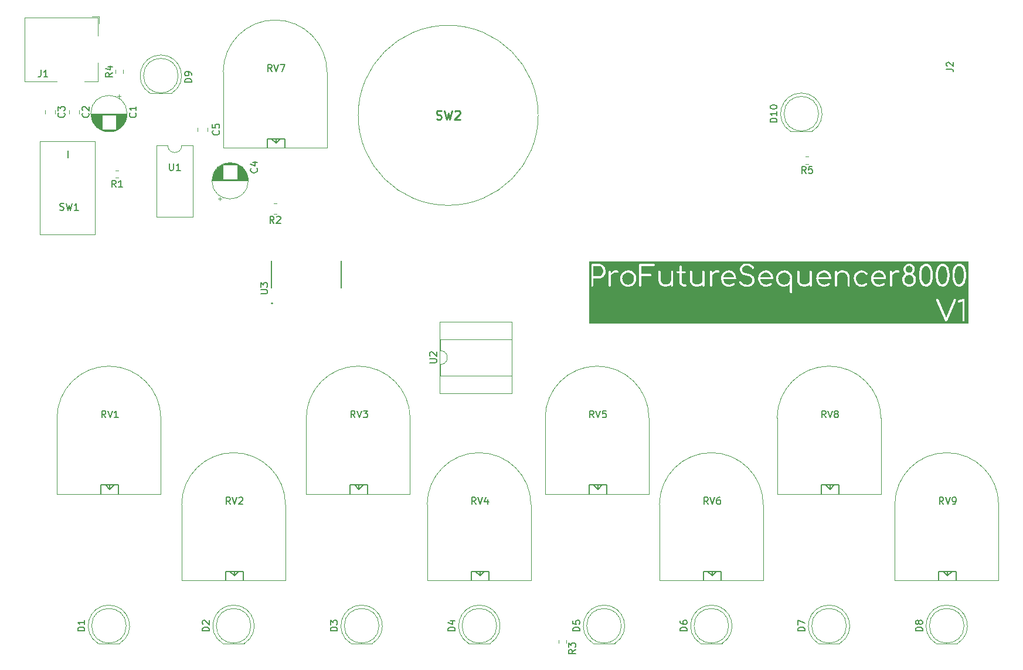
<source format=gbr>
%TF.GenerationSoftware,KiCad,Pcbnew,8.0.3*%
%TF.CreationDate,2024-06-17T23:07:55+02:00*%
%TF.ProjectId,Sequenceur,53657175-656e-4636-9575-722e6b696361,rev?*%
%TF.SameCoordinates,PX4add0a0PY8e93060*%
%TF.FileFunction,Legend,Top*%
%TF.FilePolarity,Positive*%
%FSLAX46Y46*%
G04 Gerber Fmt 4.6, Leading zero omitted, Abs format (unit mm)*
G04 Created by KiCad (PCBNEW 8.0.3) date 2024-06-17 23:07:55*
%MOMM*%
%LPD*%
G01*
G04 APERTURE LIST*
%ADD10C,0.300000*%
%ADD11C,0.150000*%
%ADD12C,0.200000*%
%ADD13C,0.254000*%
%ADD14C,0.120000*%
%ADD15C,0.100000*%
%ADD16C,0.127000*%
G04 APERTURE END LIST*
D10*
G36*
X110190622Y55782306D02*
G01*
X110351815Y55732634D01*
X110496195Y55653509D01*
X110620852Y55547929D01*
X110722874Y55418890D01*
X110799352Y55269389D01*
X110847372Y55102423D01*
X110864026Y54920988D01*
X110847372Y54739984D01*
X110799352Y54573698D01*
X110722874Y54425031D01*
X110620852Y54296886D01*
X110496195Y54192166D01*
X110351815Y54113773D01*
X110190622Y54064609D01*
X110015527Y54047576D01*
X109840243Y54064609D01*
X109678552Y54113773D01*
X109533467Y54192166D01*
X109408003Y54296886D01*
X109305174Y54425031D01*
X109227992Y54573698D01*
X109179473Y54739984D01*
X109162631Y54920988D01*
X109179473Y55102423D01*
X109227992Y55269389D01*
X109305174Y55418890D01*
X109408003Y55547929D01*
X109533467Y55653509D01*
X109678552Y55732634D01*
X109840243Y55782306D01*
X110015527Y55799529D01*
X110190622Y55782306D01*
G37*
G36*
X87665929Y55782637D02*
G01*
X87828209Y55733767D01*
X87972731Y55655634D01*
X88096868Y55550951D01*
X88197993Y55422432D01*
X88273479Y55272789D01*
X88320697Y55104737D01*
X88337020Y54920988D01*
X88320697Y54738932D01*
X88273479Y54572152D01*
X88197993Y54423421D01*
X88096868Y54295513D01*
X87972731Y54191200D01*
X87828209Y54113258D01*
X87665929Y54064458D01*
X87488520Y54047576D01*
X87311974Y54064458D01*
X87149691Y54113258D01*
X87004529Y54191200D01*
X86879348Y54295513D01*
X86777008Y54423421D01*
X86700368Y54572152D01*
X86652287Y54738932D01*
X86635624Y54920988D01*
X86652287Y55104737D01*
X86700368Y55272789D01*
X86777008Y55422432D01*
X86879348Y55550951D01*
X87004529Y55655634D01*
X87149691Y55733767D01*
X87311974Y55782637D01*
X87488520Y55799529D01*
X87665929Y55782637D01*
G37*
G36*
X102169458Y55789739D02*
G01*
X102339812Y55737102D01*
X102485533Y55648157D01*
X102604206Y55526642D01*
X102693416Y55376299D01*
X102741948Y55237780D01*
X102768841Y55085119D01*
X101231577Y55085119D01*
X101264577Y55237780D01*
X101318760Y55376299D01*
X101414329Y55526642D01*
X101538499Y55648157D01*
X101688771Y55737102D01*
X101862647Y55789739D01*
X102017062Y55803193D01*
X102169458Y55789739D01*
G37*
G36*
X107524238Y55789739D02*
G01*
X107694592Y55737102D01*
X107840313Y55648157D01*
X107958986Y55526642D01*
X108048196Y55376299D01*
X108096728Y55237780D01*
X108123622Y55085119D01*
X106586357Y55085119D01*
X106619357Y55237780D01*
X106673540Y55376299D01*
X106769109Y55526642D01*
X106893279Y55648157D01*
X107043551Y55737102D01*
X107217427Y55789739D01*
X107371842Y55803193D01*
X107524238Y55789739D01*
G37*
G36*
X115912514Y55789739D02*
G01*
X116082869Y55737102D01*
X116228590Y55648157D01*
X116347263Y55526642D01*
X116436473Y55376299D01*
X116485004Y55237780D01*
X116511898Y55085119D01*
X114974633Y55085119D01*
X115007633Y55237780D01*
X115061817Y55376299D01*
X115157386Y55526642D01*
X115281556Y55648157D01*
X115431828Y55737102D01*
X115605703Y55789739D01*
X115760118Y55803193D01*
X115912514Y55789739D01*
G37*
G36*
X123828914Y55789739D02*
G01*
X123999268Y55737102D01*
X124144989Y55648157D01*
X124263662Y55526642D01*
X124352872Y55376299D01*
X124401404Y55237780D01*
X124428297Y55085119D01*
X122891033Y55085119D01*
X122924033Y55237780D01*
X122978216Y55376299D01*
X123073785Y55526642D01*
X123197955Y55648157D01*
X123348227Y55737102D01*
X123522102Y55789739D01*
X123676518Y55803193D01*
X123828914Y55789739D01*
G37*
G36*
X128233965Y55417783D02*
G01*
X128383701Y55359212D01*
X128511092Y55267026D01*
X128611726Y55145668D01*
X128681194Y54999583D01*
X128715084Y54833216D01*
X128717690Y54761986D01*
X128697772Y54582137D01*
X128640991Y54420357D01*
X128551810Y54281728D01*
X128434688Y54171331D01*
X128294087Y54094247D01*
X128134468Y54055558D01*
X128066294Y54051972D01*
X127896871Y54073880D01*
X127745942Y54136215D01*
X127617835Y54233897D01*
X127516877Y54361843D01*
X127447394Y54514972D01*
X127413713Y54688203D01*
X127411235Y54761986D01*
X127431122Y54935222D01*
X127487898Y55089953D01*
X127577236Y55221734D01*
X127694809Y55326122D01*
X127836292Y55398673D01*
X127997355Y55434941D01*
X128066294Y55438294D01*
X128233965Y55417783D01*
G37*
G36*
X128218497Y56744004D02*
G01*
X128369191Y56670480D01*
X128482175Y56552817D01*
X128548246Y56399759D01*
X128561619Y56273605D01*
X128538659Y56116081D01*
X128477474Y55978486D01*
X128364932Y55851999D01*
X128216174Y55772208D01*
X128066294Y55748971D01*
X127912053Y55772208D01*
X127779508Y55837495D01*
X127659795Y55957956D01*
X127593546Y56091585D01*
X127566797Y56246249D01*
X127566573Y56273605D01*
X127590211Y56423460D01*
X127666158Y56571997D01*
X127785691Y56683890D01*
X127939883Y56750394D01*
X128066294Y56765266D01*
X128218497Y56744004D01*
G37*
G36*
X83318379Y56726110D02*
G01*
X83460391Y56684803D01*
X83615149Y56598352D01*
X83740738Y56477099D01*
X83833001Y56325202D01*
X83880021Y56184415D01*
X83900920Y56028809D01*
X83901814Y55987841D01*
X83887778Y55831984D01*
X83847088Y55690055D01*
X83761990Y55535448D01*
X83642733Y55410028D01*
X83493476Y55317922D01*
X83318379Y55263255D01*
X83162491Y55249250D01*
X82486183Y55249250D01*
X82486183Y56740353D01*
X83162491Y56740353D01*
X83318379Y56726110D01*
G37*
G36*
X130660514Y56710458D02*
G01*
X130795754Y56636798D01*
X130909905Y56519225D01*
X131003070Y56361990D01*
X131059234Y56220593D01*
X131103695Y56061070D01*
X131136497Y55885214D01*
X131157682Y55694819D01*
X131167294Y55491678D01*
X131167934Y55421442D01*
X131162275Y55212141D01*
X131145224Y55015664D01*
X131116672Y54833706D01*
X131076512Y54667962D01*
X131024634Y54520128D01*
X130937049Y54353805D01*
X130828181Y54226354D01*
X130697774Y54141794D01*
X130545569Y54104143D01*
X130504082Y54102530D01*
X130348050Y54127676D01*
X130213406Y54200521D01*
X130099972Y54317175D01*
X130007567Y54473749D01*
X129951955Y54615036D01*
X129907993Y54774949D01*
X129875607Y54951847D01*
X129854720Y55144088D01*
X129845256Y55350032D01*
X129844626Y55421442D01*
X129850300Y55629449D01*
X129867371Y55824909D01*
X129895916Y56006094D01*
X129936010Y56171276D01*
X129987730Y56318727D01*
X130074907Y56484761D01*
X130183067Y56612105D01*
X130312391Y56696664D01*
X130463059Y56734342D01*
X130504082Y56735957D01*
X130660514Y56710458D01*
G37*
G36*
X133058002Y56710458D02*
G01*
X133193242Y56636798D01*
X133307393Y56519225D01*
X133400558Y56361990D01*
X133456722Y56220593D01*
X133501183Y56061070D01*
X133533984Y55885214D01*
X133555169Y55694819D01*
X133564782Y55491678D01*
X133565422Y55421442D01*
X133559762Y55212141D01*
X133542711Y55015664D01*
X133514160Y54833706D01*
X133474000Y54667962D01*
X133422122Y54520128D01*
X133334536Y54353805D01*
X133225669Y54226354D01*
X133095262Y54141794D01*
X132943057Y54104143D01*
X132901570Y54102530D01*
X132745537Y54127676D01*
X132610894Y54200521D01*
X132497460Y54317175D01*
X132405055Y54473749D01*
X132349442Y54615036D01*
X132305481Y54774949D01*
X132273095Y54951847D01*
X132252208Y55144088D01*
X132242744Y55350032D01*
X132242114Y55421442D01*
X132247788Y55629449D01*
X132264859Y55824909D01*
X132293403Y56006094D01*
X132333498Y56171276D01*
X132385218Y56318727D01*
X132472394Y56484761D01*
X132580554Y56612105D01*
X132709878Y56696664D01*
X132860547Y56734342D01*
X132901570Y56735957D01*
X133058002Y56710458D01*
G37*
G36*
X135455490Y56710458D02*
G01*
X135590729Y56636798D01*
X135704881Y56519225D01*
X135798046Y56361990D01*
X135854210Y56220593D01*
X135898671Y56061070D01*
X135931472Y55885214D01*
X135952657Y55694819D01*
X135962270Y55491678D01*
X135962910Y55421442D01*
X135957250Y55212141D01*
X135940199Y55015664D01*
X135911648Y54833706D01*
X135871488Y54667962D01*
X135819610Y54520128D01*
X135732024Y54353805D01*
X135623157Y54226354D01*
X135492749Y54141794D01*
X135340545Y54104143D01*
X135299058Y54102530D01*
X135143025Y54127676D01*
X135008382Y54200521D01*
X134894948Y54317175D01*
X134802543Y54473749D01*
X134746930Y54615036D01*
X134702969Y54774949D01*
X134670583Y54951847D01*
X134649696Y55144088D01*
X134640231Y55350032D01*
X134639602Y55421442D01*
X134645275Y55629449D01*
X134662346Y55824909D01*
X134690891Y56006094D01*
X134730986Y56171276D01*
X134782706Y56318727D01*
X134869882Y56484761D01*
X134978042Y56612105D01*
X135107366Y56696664D01*
X135258034Y56734342D01*
X135299058Y56735957D01*
X135455490Y56710458D01*
G37*
G36*
X136623772Y48401667D02*
G01*
X81825320Y48401667D01*
X81825320Y51801192D01*
X132002076Y51801192D01*
X132016434Y51758971D01*
X133263538Y48839781D01*
X133375413Y48738203D01*
X133414480Y48735000D01*
X133544515Y48807720D01*
X133561759Y48839781D01*
X134747045Y51620485D01*
X135086567Y51620485D01*
X135155761Y51486949D01*
X135249965Y51460751D01*
X135334229Y51482000D01*
X135754082Y51628546D01*
X135754082Y48898399D01*
X135820865Y48766850D01*
X135918214Y48735000D01*
X136049762Y48799741D01*
X136081612Y48898399D01*
X136081612Y51855691D01*
X136012990Y51991733D01*
X135921877Y52019090D01*
X135838346Y51998573D01*
X135191347Y51775824D01*
X135090951Y51663364D01*
X135086567Y51620485D01*
X134747045Y51620485D01*
X134813259Y51775824D01*
X134823701Y51923791D01*
X134698823Y52015084D01*
X134687230Y52015426D01*
X134551835Y51954839D01*
X134523831Y51901853D01*
X133414480Y49247178D01*
X132301465Y51909913D01*
X132194213Y52010542D01*
X132150523Y52015426D01*
X132015925Y51953602D01*
X132002076Y51801192D01*
X81825320Y51801192D01*
X81825320Y56891295D01*
X82158653Y56891295D01*
X82158653Y55249250D01*
X82158653Y53938399D01*
X82221504Y53805558D01*
X82322051Y53775000D01*
X82455361Y53837852D01*
X82486183Y53938399D01*
X82486183Y54934177D01*
X83162491Y54934177D01*
X83332170Y54945480D01*
X83490867Y54978545D01*
X83637333Y55032104D01*
X83770324Y55104888D01*
X83888593Y55195631D01*
X83990894Y55303063D01*
X84075980Y55425918D01*
X84142607Y55562927D01*
X84189527Y55712822D01*
X84215495Y55874336D01*
X84217189Y55912370D01*
X84686566Y55912370D01*
X84686566Y53934003D01*
X84751646Y53798841D01*
X84846301Y53775000D01*
X84982157Y53839579D01*
X85006036Y53934003D01*
X85006036Y54920988D01*
X86320551Y54920988D01*
X86333262Y54736931D01*
X86370382Y54563763D01*
X86430394Y54403058D01*
X86511780Y54256393D01*
X86613023Y54125343D01*
X86732603Y54011485D01*
X86869004Y53916393D01*
X87020708Y53841644D01*
X87186196Y53788814D01*
X87363951Y53759478D01*
X87488520Y53753751D01*
X87672577Y53766549D01*
X87845745Y53803892D01*
X88006450Y53864203D01*
X88153115Y53945908D01*
X88284165Y54047430D01*
X88398023Y54167194D01*
X88493115Y54303624D01*
X88567864Y54455144D01*
X88620694Y54620179D01*
X88650030Y54797152D01*
X88655757Y54920988D01*
X88642113Y55106187D01*
X88604256Y55280319D01*
X88543708Y55441823D01*
X88461990Y55589138D01*
X88360624Y55720702D01*
X88241131Y55834954D01*
X88105032Y55930333D01*
X87953849Y56005277D01*
X87789103Y56058226D01*
X87612316Y56087618D01*
X87488520Y56093354D01*
X87303430Y56080534D01*
X87129595Y56043117D01*
X86968533Y55982663D01*
X86821762Y55900733D01*
X86690799Y55798890D01*
X86577163Y55678693D01*
X86482370Y55541706D01*
X86407940Y55389488D01*
X86355390Y55223601D01*
X86326238Y55045606D01*
X86320551Y54920988D01*
X85006036Y54920988D01*
X85006036Y55189899D01*
X85030426Y55362231D01*
X85100266Y55510722D01*
X85210556Y55631816D01*
X85356300Y55721958D01*
X85495064Y55769396D01*
X85650760Y55792929D01*
X85820830Y55790737D01*
X85973296Y55783555D01*
X86099205Y55871684D01*
X86102198Y55883061D01*
X86046667Y56027894D01*
X85897973Y56083679D01*
X85748241Y56097527D01*
X85724110Y56097750D01*
X85562799Y56083410D01*
X85411062Y56041761D01*
X85271361Y55974860D01*
X85146159Y55884766D01*
X85037920Y55773536D01*
X85006036Y55732118D01*
X85006036Y55912370D01*
X84941278Y56048225D01*
X84846301Y56072104D01*
X84710639Y56007347D01*
X84686566Y55912370D01*
X84217189Y55912370D01*
X84220551Y55987841D01*
X84209244Y56158940D01*
X84176154Y56319000D01*
X84122526Y56466755D01*
X84049608Y56600941D01*
X83958644Y56720295D01*
X83850882Y56823551D01*
X83753626Y56891295D01*
X89066818Y56891295D01*
X89066818Y53938399D01*
X89132026Y53806850D01*
X89230949Y53775000D01*
X89362498Y53839741D01*
X89394347Y53938399D01*
X89394347Y55261707D01*
X90709595Y55261707D01*
X90842436Y55325680D01*
X90872993Y55421442D01*
X90803799Y55554478D01*
X90709595Y55580444D01*
X89394347Y55580444D01*
X89394347Y55912370D01*
X91866573Y55912370D01*
X91866573Y54820604D01*
X91878165Y54634012D01*
X91911932Y54464347D01*
X91966364Y54311920D01*
X92039951Y54177042D01*
X92131182Y54060026D01*
X92277658Y53932328D01*
X92404184Y53858200D01*
X92543318Y53802972D01*
X92693551Y53766955D01*
X92853371Y53750461D01*
X92908513Y53749355D01*
X93078584Y53762343D01*
X93238164Y53800089D01*
X93385572Y53860769D01*
X93519128Y53942555D01*
X93637151Y54043623D01*
X93672749Y54081281D01*
X93672749Y53938399D01*
X93739439Y53801198D01*
X93832484Y53775000D01*
X93965325Y53837852D01*
X93995883Y53938399D01*
X93995883Y55845691D01*
X94457502Y55845691D01*
X94537738Y55719693D01*
X94604780Y55706473D01*
X94877355Y55706473D01*
X94877355Y54585398D01*
X94892148Y54416929D01*
X94934977Y54262689D01*
X95003515Y54125157D01*
X95095433Y54006817D01*
X95208407Y53910150D01*
X95340107Y53837637D01*
X95488209Y53791760D01*
X95650384Y53775000D01*
X95739044Y53775000D01*
X95875795Y53830990D01*
X95914899Y53934003D01*
X95850356Y54071704D01*
X95763957Y54098134D01*
X95650384Y54098134D01*
X95491119Y54125833D01*
X95359669Y54204022D01*
X95263444Y54325337D01*
X95209852Y54482416D01*
X95201221Y54585398D01*
X95201221Y55706473D01*
X95676029Y55706473D01*
X95806296Y55778011D01*
X95822575Y55845691D01*
X95781239Y55912370D01*
X96397767Y55912370D01*
X96397767Y54820604D01*
X96409358Y54634012D01*
X96443125Y54464347D01*
X96497557Y54311920D01*
X96571144Y54177042D01*
X96662375Y54060026D01*
X96808851Y53932328D01*
X96935377Y53858200D01*
X97074511Y53802972D01*
X97224744Y53766955D01*
X97384564Y53750461D01*
X97439707Y53749355D01*
X97609777Y53762343D01*
X97769357Y53800089D01*
X97916766Y53860769D01*
X98050321Y53942555D01*
X98168344Y54043623D01*
X98203943Y54081281D01*
X98203943Y53938399D01*
X98270632Y53801198D01*
X98363677Y53775000D01*
X98496519Y53837852D01*
X98527076Y53938399D01*
X98527076Y55912370D01*
X99282519Y55912370D01*
X99282519Y53934003D01*
X99347599Y53798841D01*
X99442254Y53775000D01*
X99578109Y53839579D01*
X99601989Y53934003D01*
X99601989Y54920988D01*
X100916504Y54920988D01*
X100929001Y54734054D01*
X100965552Y54559137D01*
X101024749Y54397629D01*
X101105183Y54250919D01*
X101205443Y54120400D01*
X101324122Y54007461D01*
X101459809Y53913495D01*
X101611096Y53839893D01*
X101776573Y53788044D01*
X101954832Y53759341D01*
X102080077Y53753751D01*
X102231373Y53765281D01*
X102387509Y53798071D01*
X102540805Y53849429D01*
X102683582Y53916658D01*
X102808158Y53997063D01*
X102844312Y54026326D01*
X102883194Y54171877D01*
X102836252Y54236619D01*
X102687524Y54259705D01*
X102630356Y54228559D01*
X102505607Y54146825D01*
X102366832Y54090241D01*
X102214620Y54054077D01*
X102080077Y54043179D01*
X101911367Y54057612D01*
X101756130Y54099565D01*
X101616435Y54167020D01*
X101494352Y54257960D01*
X101391949Y54370367D01*
X101333543Y54465850D01*
X103503107Y54465850D01*
X103514026Y54362649D01*
X103592129Y54225757D01*
X103692755Y54102828D01*
X103814040Y53995183D01*
X103954121Y53904144D01*
X104111136Y53831034D01*
X104283220Y53777176D01*
X104468510Y53743891D01*
X104615023Y53733224D01*
X104665143Y53732502D01*
X104832669Y53741423D01*
X104991598Y53767930D01*
X105140206Y53811645D01*
X105276775Y53872186D01*
X105437164Y53978424D01*
X105569011Y54112999D01*
X105668237Y54275008D01*
X105718795Y54413976D01*
X105746990Y54567488D01*
X105752512Y54677722D01*
X105736880Y54865751D01*
X105721522Y54920988D01*
X106271284Y54920988D01*
X106283781Y54734054D01*
X106320332Y54559137D01*
X106379529Y54397629D01*
X106459963Y54250919D01*
X106560223Y54120400D01*
X106678902Y54007461D01*
X106814589Y53913495D01*
X106965876Y53839893D01*
X107131354Y53788044D01*
X107309613Y53759341D01*
X107434857Y53753751D01*
X107586153Y53765281D01*
X107742289Y53798071D01*
X107895585Y53849429D01*
X108038362Y53916658D01*
X108162939Y53997063D01*
X108199093Y54026326D01*
X108237974Y54171877D01*
X108191033Y54236619D01*
X108042304Y54259705D01*
X107985136Y54228559D01*
X107860387Y54146825D01*
X107721613Y54090241D01*
X107569400Y54054077D01*
X107434857Y54043179D01*
X107266147Y54057612D01*
X107110911Y54099565D01*
X106971216Y54167020D01*
X106849132Y54257960D01*
X106746729Y54370367D01*
X106666076Y54502222D01*
X106609242Y54651508D01*
X106578297Y54816208D01*
X108275296Y54816208D01*
X108405448Y54883866D01*
X108415141Y54920988D01*
X108847557Y54920988D01*
X108860135Y54737947D01*
X108896790Y54565395D01*
X108955901Y54404975D01*
X109035850Y54258325D01*
X109135018Y54127088D01*
X109251785Y54012905D01*
X109384532Y53917416D01*
X109531640Y53842263D01*
X109691489Y53789086D01*
X109862461Y53759526D01*
X109981821Y53753751D01*
X110152422Y53766058D01*
X110312792Y53801761D01*
X110461289Y53859030D01*
X110596268Y53936039D01*
X110716087Y54030959D01*
X110819101Y54141962D01*
X110855234Y54190458D01*
X110855234Y52955810D01*
X110918553Y52822501D01*
X111019365Y52791679D01*
X111152206Y52854998D01*
X111182763Y52955810D01*
X111182763Y54937841D01*
X111166791Y55118730D01*
X111126930Y55289358D01*
X111064757Y55448080D01*
X110981848Y55593252D01*
X110879778Y55723229D01*
X110760124Y55836365D01*
X110651187Y55912370D01*
X111896441Y55912370D01*
X111896441Y54820604D01*
X111908032Y54634012D01*
X111941799Y54464347D01*
X111996232Y54311920D01*
X112069818Y54177042D01*
X112161049Y54060026D01*
X112307526Y53932328D01*
X112434051Y53858200D01*
X112573186Y53802972D01*
X112723418Y53766955D01*
X112883238Y53750461D01*
X112938381Y53749355D01*
X113108451Y53762343D01*
X113268031Y53800089D01*
X113415440Y53860769D01*
X113548996Y53942555D01*
X113667018Y54043623D01*
X113702617Y54081281D01*
X113702617Y53938399D01*
X113769306Y53801198D01*
X113862351Y53775000D01*
X113995193Y53837852D01*
X114025750Y53938399D01*
X114025750Y54920988D01*
X114659560Y54920988D01*
X114672057Y54734054D01*
X114708609Y54559137D01*
X114767806Y54397629D01*
X114848239Y54250919D01*
X114948500Y54120400D01*
X115067178Y54007461D01*
X115202865Y53913495D01*
X115354152Y53839893D01*
X115519630Y53788044D01*
X115697889Y53759341D01*
X115823133Y53753751D01*
X115974430Y53765281D01*
X116130566Y53798071D01*
X116283862Y53849429D01*
X116426638Y53916658D01*
X116551215Y53997063D01*
X116587369Y54026326D01*
X116626250Y54171877D01*
X116579309Y54236619D01*
X116430580Y54259705D01*
X116373412Y54228559D01*
X116248664Y54146825D01*
X116109889Y54090241D01*
X115957676Y54054077D01*
X115823133Y54043179D01*
X115654424Y54057612D01*
X115499187Y54099565D01*
X115359492Y54167020D01*
X115237408Y54257960D01*
X115135005Y54370367D01*
X115054352Y54502222D01*
X114997518Y54651508D01*
X114966573Y54816208D01*
X116663573Y54816208D01*
X116793724Y54883866D01*
X116814515Y54963486D01*
X116803613Y55143742D01*
X116771586Y55312637D01*
X116719446Y55468781D01*
X116648208Y55610783D01*
X116558887Y55737252D01*
X116452497Y55846796D01*
X116369403Y55908706D01*
X117357467Y55908706D01*
X117357467Y53934003D01*
X117427162Y53799807D01*
X117521598Y53775000D01*
X117656294Y53841189D01*
X117681333Y53934003D01*
X117681333Y55177443D01*
X117703590Y55334074D01*
X117767087Y55474236D01*
X117866910Y55593803D01*
X117998145Y55688650D01*
X118155877Y55754651D01*
X118335194Y55787681D01*
X118411863Y55790737D01*
X118567234Y55779086D01*
X118710164Y55743968D01*
X118867443Y55666690D01*
X118996317Y55551869D01*
X119091803Y55399019D01*
X119140806Y55249030D01*
X119162702Y55074142D01*
X119163642Y55026501D01*
X119163642Y53934003D01*
X119235270Y53800967D01*
X119327774Y53775000D01*
X119460151Y53843121D01*
X119487509Y53934003D01*
X119487509Y54920988D01*
X120078820Y54920988D01*
X120091304Y54738962D01*
X120127758Y54567028D01*
X120186691Y54406891D01*
X120266611Y54260257D01*
X120366024Y54128833D01*
X120483439Y54014325D01*
X120617363Y53918439D01*
X120766303Y53842881D01*
X120928767Y53789358D01*
X121103263Y53759575D01*
X121225541Y53753751D01*
X121391551Y53763894D01*
X121548365Y53794092D01*
X121694823Y53843995D01*
X121829767Y53913257D01*
X121952037Y54001530D01*
X121989776Y54035119D01*
X122018493Y54183848D01*
X121973656Y54241016D01*
X121824803Y54263219D01*
X121767760Y54228559D01*
X121639774Y54140327D01*
X121491793Y54081665D01*
X121344732Y54053792D01*
X121225541Y54047576D01*
X121048645Y54064609D01*
X120888176Y54113773D01*
X120746340Y54192166D01*
X120625344Y54296886D01*
X120527395Y54425031D01*
X120454699Y54573698D01*
X120409463Y54739984D01*
X120393894Y54920988D01*
X122575959Y54920988D01*
X122588456Y54734054D01*
X122625008Y54559137D01*
X122684205Y54397629D01*
X122764638Y54250919D01*
X122864899Y54120400D01*
X122983577Y54007461D01*
X123119265Y53913495D01*
X123270552Y53839893D01*
X123436029Y53788044D01*
X123614288Y53759341D01*
X123739532Y53753751D01*
X123890829Y53765281D01*
X124046965Y53798071D01*
X124200261Y53849429D01*
X124343037Y53916658D01*
X124467614Y53997063D01*
X124503768Y54026326D01*
X124542649Y54171877D01*
X124495708Y54236619D01*
X124346979Y54259705D01*
X124289811Y54228559D01*
X124165063Y54146825D01*
X124026288Y54090241D01*
X123874075Y54054077D01*
X123739532Y54043179D01*
X123570823Y54057612D01*
X123415586Y54099565D01*
X123275891Y54167020D01*
X123153807Y54257960D01*
X123051404Y54370367D01*
X122970751Y54502222D01*
X122913917Y54651508D01*
X122882973Y54816208D01*
X124579972Y54816208D01*
X124710123Y54883866D01*
X124730914Y54963486D01*
X124720013Y55143742D01*
X124687985Y55312637D01*
X124635845Y55468781D01*
X124564607Y55610783D01*
X124475286Y55737252D01*
X124368896Y55846796D01*
X124280884Y55912370D01*
X125273866Y55912370D01*
X125273866Y53934003D01*
X125338946Y53798841D01*
X125433601Y53775000D01*
X125569456Y53839579D01*
X125593335Y53934003D01*
X125593335Y54761986D01*
X127083705Y54761986D01*
X127094547Y54605156D01*
X127126161Y54457116D01*
X127177177Y54319317D01*
X127273012Y54154016D01*
X127397660Y54012930D01*
X127547874Y53899493D01*
X127720410Y53817140D01*
X127862507Y53777840D01*
X128013965Y53759405D01*
X128066294Y53758148D01*
X128218511Y53769305D01*
X128362230Y53801811D01*
X128538240Y53875857D01*
X128693388Y53981845D01*
X128824387Y54116340D01*
X128927946Y54275909D01*
X129000779Y54457116D01*
X129033260Y54605156D01*
X129045220Y54761986D01*
X129032293Y54934199D01*
X128991611Y55094995D01*
X128925471Y55242293D01*
X128836170Y55374015D01*
X128790365Y55421442D01*
X129517097Y55421442D01*
X129521306Y55233298D01*
X129533841Y55055122D01*
X129554558Y54887213D01*
X129583317Y54729872D01*
X129619976Y54583397D01*
X129689466Y54384714D01*
X129775933Y54212165D01*
X129878900Y54066760D01*
X129997888Y53949511D01*
X130132418Y53861428D01*
X130282014Y53803521D01*
X130446196Y53776802D01*
X130504082Y53775000D01*
X130675160Y53791310D01*
X130831202Y53839476D01*
X130971817Y53918359D01*
X131096613Y54026817D01*
X131205201Y54163710D01*
X131297187Y54327895D01*
X131372182Y54518233D01*
X131429793Y54733581D01*
X131458350Y54890478D01*
X131478892Y55057646D01*
X131491301Y55234747D01*
X131495464Y55421442D01*
X131914585Y55421442D01*
X131918794Y55233298D01*
X131931329Y55055122D01*
X131952046Y54887213D01*
X131980805Y54729872D01*
X132017464Y54583397D01*
X132086953Y54384714D01*
X132173421Y54212165D01*
X132276388Y54066760D01*
X132395375Y53949511D01*
X132529906Y53861428D01*
X132679502Y53803521D01*
X132843684Y53776802D01*
X132901570Y53775000D01*
X133072648Y53791310D01*
X133228690Y53839476D01*
X133369304Y53918359D01*
X133494101Y54026817D01*
X133602688Y54163710D01*
X133694675Y54327895D01*
X133769669Y54518233D01*
X133827281Y54733581D01*
X133855838Y54890478D01*
X133876379Y55057646D01*
X133888789Y55234747D01*
X133892952Y55421442D01*
X134312072Y55421442D01*
X134316282Y55233298D01*
X134328816Y55055122D01*
X134349534Y54887213D01*
X134378293Y54729872D01*
X134414951Y54583397D01*
X134484441Y54384714D01*
X134570909Y54212165D01*
X134673875Y54066760D01*
X134792863Y53949511D01*
X134927394Y53861428D01*
X135076989Y53803521D01*
X135241172Y53776802D01*
X135299058Y53775000D01*
X135470135Y53791310D01*
X135626177Y53839476D01*
X135766792Y53918359D01*
X135891589Y54026817D01*
X136000176Y54163710D01*
X136092163Y54327895D01*
X136167157Y54518233D01*
X136224769Y54733581D01*
X136253326Y54890478D01*
X136273867Y55057646D01*
X136286277Y55234747D01*
X136290439Y55421442D01*
X136286277Y55606638D01*
X136273867Y55782524D01*
X136253326Y55948734D01*
X136224769Y56104906D01*
X136188312Y56250674D01*
X136119068Y56449026D01*
X136032702Y56621926D01*
X135929605Y56768144D01*
X135810168Y56886453D01*
X135674782Y56975626D01*
X135523839Y57034433D01*
X135357730Y57061648D01*
X135299058Y57063486D01*
X135130120Y57047286D01*
X134975609Y56999416D01*
X134836003Y56920975D01*
X134711781Y56813060D01*
X134603421Y56676769D01*
X134511401Y56513200D01*
X134436199Y56323449D01*
X134378293Y56108615D01*
X134349534Y55951999D01*
X134328816Y55785048D01*
X134316282Y55608087D01*
X134312072Y55421442D01*
X133892952Y55421442D01*
X133888789Y55606638D01*
X133876379Y55782524D01*
X133855838Y55948734D01*
X133827281Y56104906D01*
X133790824Y56250674D01*
X133721580Y56449026D01*
X133635214Y56621926D01*
X133532117Y56768144D01*
X133412680Y56886453D01*
X133277295Y56975626D01*
X133126352Y57034433D01*
X132960242Y57061648D01*
X132901570Y57063486D01*
X132732632Y57047286D01*
X132578121Y56999416D01*
X132438516Y56920975D01*
X132314294Y56813060D01*
X132205934Y56676769D01*
X132113913Y56513200D01*
X132038711Y56323449D01*
X131980805Y56108615D01*
X131952046Y55951999D01*
X131931329Y55785048D01*
X131918794Y55608087D01*
X131914585Y55421442D01*
X131495464Y55421442D01*
X131491301Y55606638D01*
X131478892Y55782524D01*
X131458350Y55948734D01*
X131429793Y56104906D01*
X131393336Y56250674D01*
X131324093Y56449026D01*
X131237727Y56621926D01*
X131134629Y56768144D01*
X131015192Y56886453D01*
X130879807Y56975626D01*
X130728864Y57034433D01*
X130562755Y57061648D01*
X130504082Y57063486D01*
X130335144Y57047286D01*
X130180633Y56999416D01*
X130041028Y56920975D01*
X129916806Y56813060D01*
X129808446Y56676769D01*
X129716425Y56513200D01*
X129641223Y56323449D01*
X129583317Y56108615D01*
X129554558Y55951999D01*
X129533841Y55785048D01*
X129521306Y55608087D01*
X129517097Y55421442D01*
X128790365Y55421442D01*
X128726007Y55488080D01*
X128597278Y55582409D01*
X128541102Y55614149D01*
X128662513Y55720647D01*
X128759789Y55850524D01*
X128829204Y56000648D01*
X128867031Y56167892D01*
X128873028Y56269941D01*
X128858530Y56435492D01*
X128814055Y56587442D01*
X128742258Y56723111D01*
X128645791Y56839821D01*
X128527308Y56934892D01*
X128389462Y57005646D01*
X128234906Y57049404D01*
X128066294Y57063486D01*
X127897675Y57046549D01*
X127743069Y57000804D01*
X127605087Y56928903D01*
X127486340Y56833501D01*
X127389436Y56717250D01*
X127316988Y56582805D01*
X127271604Y56432817D01*
X127256249Y56273605D01*
X127255896Y56269941D01*
X127268884Y56118543D01*
X127315201Y55955872D01*
X127392317Y55811213D01*
X127497334Y55687697D01*
X127587823Y55614149D01*
X127452293Y55528296D01*
X127334859Y55421876D01*
X127237516Y55296967D01*
X127162260Y55155650D01*
X127111088Y55000004D01*
X127085994Y54832108D01*
X127083705Y54761986D01*
X125593335Y54761986D01*
X125593335Y55189899D01*
X125617726Y55362231D01*
X125687565Y55510722D01*
X125797856Y55631816D01*
X125943600Y55721958D01*
X126082363Y55769396D01*
X126238059Y55792929D01*
X126408130Y55790737D01*
X126560595Y55783555D01*
X126686505Y55871684D01*
X126689497Y55883061D01*
X126633966Y56027894D01*
X126485272Y56083679D01*
X126335540Y56097527D01*
X126311409Y56097750D01*
X126150099Y56083410D01*
X125998361Y56041761D01*
X125858660Y55974860D01*
X125733458Y55884766D01*
X125625220Y55773536D01*
X125593335Y55732118D01*
X125593335Y55912370D01*
X125528578Y56048225D01*
X125433601Y56072104D01*
X125297939Y56007347D01*
X125273866Y55912370D01*
X124280884Y55912370D01*
X124246451Y55938025D01*
X124108965Y56009548D01*
X123957453Y56059973D01*
X123792928Y56087910D01*
X123676518Y56093354D01*
X123499864Y56080744D01*
X123334697Y56043870D01*
X123182303Y55984162D01*
X123043968Y55903052D01*
X122920978Y55801969D01*
X122814619Y55682345D01*
X122726177Y55545611D01*
X122656937Y55393197D01*
X122608187Y55226535D01*
X122586932Y55085119D01*
X122581211Y55047055D01*
X122575959Y54920988D01*
X120393894Y54920988D01*
X120408540Y55105999D01*
X120451161Y55274644D01*
X120519783Y55424364D01*
X120612430Y55552600D01*
X120727128Y55656793D01*
X120861901Y55734385D01*
X121014775Y55782817D01*
X121183775Y55799529D01*
X121341037Y55786186D01*
X121483467Y55746217D01*
X121630917Y55668054D01*
X121749004Y55571341D01*
X121797069Y55521825D01*
X121935718Y55460714D01*
X121998569Y55484456D01*
X122070666Y55614606D01*
X122035938Y55689620D01*
X121928441Y55805849D01*
X121810902Y55902418D01*
X121683689Y55979312D01*
X121547171Y56036514D01*
X121401718Y56074007D01*
X121247699Y56091774D01*
X121183775Y56093354D01*
X121008028Y56080534D01*
X120843181Y56043117D01*
X120690629Y55982663D01*
X120551767Y55900733D01*
X120427988Y55798890D01*
X120320688Y55678693D01*
X120231262Y55541706D01*
X120161104Y55389488D01*
X120111608Y55223601D01*
X120084170Y55045606D01*
X120078820Y54920988D01*
X119487509Y54920988D01*
X119487509Y55026501D01*
X119475900Y55213093D01*
X119442087Y55382758D01*
X119387593Y55535185D01*
X119313938Y55670063D01*
X119222644Y55787079D01*
X119076109Y55914777D01*
X118949573Y55988905D01*
X118810470Y56044133D01*
X118660321Y56080150D01*
X118500647Y56096644D01*
X118445569Y56097750D01*
X118275121Y56084762D01*
X118114759Y56047016D01*
X117966684Y55986336D01*
X117833099Y55904550D01*
X117716207Y55803482D01*
X117681333Y55765824D01*
X117681333Y55908706D01*
X117614643Y56045713D01*
X117521598Y56072104D01*
X117388288Y56008938D01*
X117357467Y55908706D01*
X116369403Y55908706D01*
X116330052Y55938025D01*
X116192566Y56009548D01*
X116041053Y56059973D01*
X115876529Y56087910D01*
X115760118Y56093354D01*
X115583465Y56080744D01*
X115418298Y56043870D01*
X115265904Y55984162D01*
X115127569Y55903052D01*
X115004579Y55801969D01*
X114898220Y55682345D01*
X114809778Y55545611D01*
X114740538Y55393197D01*
X114691788Y55226535D01*
X114670533Y55085119D01*
X114664812Y55047055D01*
X114659560Y54920988D01*
X114025750Y54920988D01*
X114025750Y55912370D01*
X113956556Y56047066D01*
X113862351Y56072104D01*
X113727655Y56005415D01*
X113702617Y55912370D01*
X113702617Y54669662D01*
X113680087Y54513031D01*
X113615976Y54372869D01*
X113515500Y54253302D01*
X113383873Y54158455D01*
X113226311Y54092454D01*
X113048031Y54059424D01*
X112972086Y54056368D01*
X112816683Y54068019D01*
X112673671Y54103137D01*
X112516241Y54180415D01*
X112387198Y54295236D01*
X112291555Y54448086D01*
X112242459Y54598075D01*
X112220516Y54772963D01*
X112219574Y54820604D01*
X112219574Y55912370D01*
X112148448Y56045907D01*
X112056176Y56072104D01*
X111922639Y56003483D01*
X111896441Y55912370D01*
X110651187Y55912370D01*
X110624460Y55931017D01*
X110474364Y56005541D01*
X110311409Y56058290D01*
X110137173Y56087622D01*
X110015527Y56093354D01*
X109832298Y56080342D01*
X109659594Y56042426D01*
X109499053Y55981288D01*
X109352310Y55898608D01*
X109221004Y55796067D01*
X109106772Y55675346D01*
X109011252Y55538126D01*
X108936080Y55386087D01*
X108882895Y55220911D01*
X108853333Y55044278D01*
X108847557Y54920988D01*
X108415141Y54920988D01*
X108426238Y54963486D01*
X108415337Y55143742D01*
X108383309Y55312637D01*
X108331170Y55468781D01*
X108259932Y55610783D01*
X108170611Y55737252D01*
X108064220Y55846796D01*
X107941775Y55938025D01*
X107804289Y56009548D01*
X107652777Y56059973D01*
X107488253Y56087910D01*
X107371842Y56093354D01*
X107195188Y56080744D01*
X107030022Y56043870D01*
X106877628Y55984162D01*
X106739293Y55903052D01*
X106616303Y55801969D01*
X106509943Y55682345D01*
X106421501Y55545611D01*
X106352262Y55393197D01*
X106303511Y55226535D01*
X106282256Y55085119D01*
X106276535Y55047055D01*
X106271284Y54920988D01*
X105721522Y54920988D01*
X105689692Y55035465D01*
X105610510Y55186340D01*
X105498896Y55317852D01*
X105354413Y55429477D01*
X105224216Y55499830D01*
X105075099Y55558482D01*
X104906877Y55605210D01*
X104719365Y55639795D01*
X104562994Y55666263D01*
X104384921Y55713364D01*
X104239585Y55772790D01*
X104100575Y55862453D01*
X103990622Y55989309D01*
X103935634Y56133100D01*
X103925820Y56236236D01*
X103946509Y56391422D01*
X104023003Y56545082D01*
X104150878Y56662097D01*
X104292885Y56730760D01*
X104463859Y56772461D01*
X104619442Y56785949D01*
X104660746Y56786515D01*
X104824249Y56772707D01*
X104991407Y56728273D01*
X105129836Y56658752D01*
X105259203Y56553438D01*
X105358696Y56430558D01*
X105370760Y56412091D01*
X105494688Y56325467D01*
X105597174Y56341016D01*
X105673938Y56469501D01*
X105643335Y56568162D01*
X105549023Y56699458D01*
X105432074Y56819111D01*
X105293141Y56922779D01*
X105132880Y57006117D01*
X104989753Y57055232D01*
X104833729Y57086331D01*
X104665143Y57097192D01*
X104496183Y57088760D01*
X104337655Y57063899D01*
X104190909Y57023255D01*
X104015912Y56945634D01*
X103867468Y56842646D01*
X103748778Y56715828D01*
X103663046Y56566717D01*
X103613475Y56396849D01*
X103601954Y56256752D01*
X103620016Y56084939D01*
X103673223Y55926246D01*
X103760107Y55782459D01*
X103879200Y55655365D01*
X104029033Y55546750D01*
X104160698Y55478489D01*
X104308208Y55422380D01*
X104470946Y55379178D01*
X104648290Y55349634D01*
X104836056Y55315194D01*
X104996920Y55263435D01*
X105131457Y55195860D01*
X105263483Y55091437D01*
X105356397Y54967584D01*
X105411320Y54827235D01*
X105429379Y54673326D01*
X105406721Y54496028D01*
X105341710Y54346650D01*
X105238790Y54226064D01*
X105102406Y54135142D01*
X104937001Y54074757D01*
X104786770Y54049021D01*
X104665143Y54043179D01*
X104518095Y54051063D01*
X104347765Y54081905D01*
X104194559Y54134017D01*
X104060774Y54205199D01*
X103929101Y54312700D01*
X103832673Y54440704D01*
X103820307Y54463765D01*
X103707807Y54562784D01*
X103618806Y54564149D01*
X103503107Y54465850D01*
X101333543Y54465850D01*
X101311295Y54502222D01*
X101254462Y54651508D01*
X101223517Y54816208D01*
X102920516Y54816208D01*
X103050668Y54883866D01*
X103071458Y54963486D01*
X103060557Y55143742D01*
X103028529Y55312637D01*
X102976389Y55468781D01*
X102905152Y55610783D01*
X102815831Y55737252D01*
X102709440Y55846796D01*
X102586995Y55938025D01*
X102449509Y56009548D01*
X102297997Y56059973D01*
X102133473Y56087910D01*
X102017062Y56093354D01*
X101840408Y56080744D01*
X101675241Y56043870D01*
X101522847Y55984162D01*
X101384513Y55903052D01*
X101261522Y55801969D01*
X101155163Y55682345D01*
X101066721Y55545611D01*
X100997482Y55393197D01*
X100948731Y55226535D01*
X100927476Y55085119D01*
X100921755Y55047055D01*
X100916504Y54920988D01*
X99601989Y54920988D01*
X99601989Y55189899D01*
X99626379Y55362231D01*
X99696218Y55510722D01*
X99806509Y55631816D01*
X99952253Y55721958D01*
X100091016Y55769396D01*
X100246712Y55792929D01*
X100416783Y55790737D01*
X100569248Y55783555D01*
X100695158Y55871684D01*
X100698151Y55883061D01*
X100642619Y56027894D01*
X100493925Y56083679D01*
X100344193Y56097527D01*
X100320063Y56097750D01*
X100158752Y56083410D01*
X100007014Y56041761D01*
X99867313Y55974860D01*
X99742111Y55884766D01*
X99633873Y55773536D01*
X99601989Y55732118D01*
X99601989Y55912370D01*
X99537231Y56048225D01*
X99442254Y56072104D01*
X99306592Y56007347D01*
X99282519Y55912370D01*
X98527076Y55912370D01*
X98457882Y56047066D01*
X98363677Y56072104D01*
X98228981Y56005415D01*
X98203943Y55912370D01*
X98203943Y54669662D01*
X98181413Y54513031D01*
X98117302Y54372869D01*
X98016825Y54253302D01*
X97885198Y54158455D01*
X97727637Y54092454D01*
X97549357Y54059424D01*
X97473412Y54056368D01*
X97318009Y54068019D01*
X97174997Y54103137D01*
X97017567Y54180415D01*
X96888524Y54295236D01*
X96792881Y54448086D01*
X96743785Y54598075D01*
X96721842Y54772963D01*
X96720900Y54820604D01*
X96720900Y55912370D01*
X96649774Y56045907D01*
X96557502Y56072104D01*
X96423965Y56003483D01*
X96397767Y55912370D01*
X95781239Y55912370D01*
X95742611Y55974680D01*
X95676029Y55987841D01*
X95201221Y55987841D01*
X95201221Y56639236D01*
X95137901Y56772546D01*
X95037090Y56803368D01*
X94903553Y56733672D01*
X94877355Y56639236D01*
X94877355Y55987841D01*
X94604780Y55987841D01*
X94473803Y55915674D01*
X94457502Y55845691D01*
X93995883Y55845691D01*
X93995883Y55912370D01*
X93926688Y56047066D01*
X93832484Y56072104D01*
X93697788Y56005415D01*
X93672749Y55912370D01*
X93672749Y54669662D01*
X93650220Y54513031D01*
X93586109Y54372869D01*
X93485632Y54253302D01*
X93354005Y54158455D01*
X93196444Y54092454D01*
X93018164Y54059424D01*
X92942219Y54056368D01*
X92786816Y54068019D01*
X92643804Y54103137D01*
X92486374Y54180415D01*
X92357330Y54295236D01*
X92261688Y54448086D01*
X92212592Y54598075D01*
X92190649Y54772963D01*
X92189707Y54820604D01*
X92189707Y55912370D01*
X92118580Y56045907D01*
X92026308Y56072104D01*
X91892771Y56003483D01*
X91866573Y55912370D01*
X89394347Y55912370D01*
X89394347Y56740353D01*
X91200523Y56740353D01*
X91337259Y56807579D01*
X91364654Y56895691D01*
X91293349Y57029228D01*
X91200523Y57055426D01*
X89230949Y57055426D01*
X89098932Y56990218D01*
X89066818Y56891295D01*
X83753626Y56891295D01*
X83727568Y56909446D01*
X83589947Y56976715D01*
X83439265Y57024094D01*
X83276770Y57050319D01*
X83162491Y57055426D01*
X82322051Y57055426D01*
X82189210Y56992107D01*
X82158653Y56891295D01*
X81825320Y56891295D01*
X81825320Y57430525D01*
X136623772Y57430525D01*
X136623772Y48401667D01*
G37*
D11*
X2666666Y85045181D02*
X2666666Y84330896D01*
X2666666Y84330896D02*
X2619047Y84188039D01*
X2619047Y84188039D02*
X2523809Y84092800D01*
X2523809Y84092800D02*
X2380952Y84045181D01*
X2380952Y84045181D02*
X2285714Y84045181D01*
X3666666Y84045181D02*
X3095238Y84045181D01*
X3380952Y84045181D02*
X3380952Y85045181D01*
X3380952Y85045181D02*
X3285714Y84902324D01*
X3285714Y84902324D02*
X3190476Y84807086D01*
X3190476Y84807086D02*
X3095238Y84759467D01*
X133454819Y85166667D02*
X134169104Y85166667D01*
X134169104Y85166667D02*
X134311961Y85119048D01*
X134311961Y85119048D02*
X134407200Y85023810D01*
X134407200Y85023810D02*
X134454819Y84880953D01*
X134454819Y84880953D02*
X134454819Y84785715D01*
X133550057Y85595239D02*
X133502438Y85642858D01*
X133502438Y85642858D02*
X133454819Y85738096D01*
X133454819Y85738096D02*
X133454819Y85976191D01*
X133454819Y85976191D02*
X133502438Y86071429D01*
X133502438Y86071429D02*
X133550057Y86119048D01*
X133550057Y86119048D02*
X133645295Y86166667D01*
X133645295Y86166667D02*
X133740533Y86166667D01*
X133740533Y86166667D02*
X133883390Y86119048D01*
X133883390Y86119048D02*
X134454819Y85547620D01*
X134454819Y85547620D02*
X134454819Y86166667D01*
X5416667Y64842800D02*
X5559524Y64795181D01*
X5559524Y64795181D02*
X5797619Y64795181D01*
X5797619Y64795181D02*
X5892857Y64842800D01*
X5892857Y64842800D02*
X5940476Y64890420D01*
X5940476Y64890420D02*
X5988095Y64985658D01*
X5988095Y64985658D02*
X5988095Y65080896D01*
X5988095Y65080896D02*
X5940476Y65176134D01*
X5940476Y65176134D02*
X5892857Y65223753D01*
X5892857Y65223753D02*
X5797619Y65271372D01*
X5797619Y65271372D02*
X5607143Y65318991D01*
X5607143Y65318991D02*
X5511905Y65366610D01*
X5511905Y65366610D02*
X5464286Y65414229D01*
X5464286Y65414229D02*
X5416667Y65509467D01*
X5416667Y65509467D02*
X5416667Y65604705D01*
X5416667Y65604705D02*
X5464286Y65699943D01*
X5464286Y65699943D02*
X5511905Y65747562D01*
X5511905Y65747562D02*
X5607143Y65795181D01*
X5607143Y65795181D02*
X5845238Y65795181D01*
X5845238Y65795181D02*
X5988095Y65747562D01*
X6321429Y65795181D02*
X6559524Y64795181D01*
X6559524Y64795181D02*
X6750000Y65509467D01*
X6750000Y65509467D02*
X6940476Y64795181D01*
X6940476Y64795181D02*
X7178572Y65795181D01*
X8083333Y64795181D02*
X7511905Y64795181D01*
X7797619Y64795181D02*
X7797619Y65795181D01*
X7797619Y65795181D02*
X7702381Y65652324D01*
X7702381Y65652324D02*
X7607143Y65557086D01*
X7607143Y65557086D02*
X7511905Y65509467D01*
D12*
X6619673Y72382781D02*
X6619673Y73382781D01*
D11*
X116031761Y34831181D02*
X115698428Y35307372D01*
X115460333Y34831181D02*
X115460333Y35831181D01*
X115460333Y35831181D02*
X115841285Y35831181D01*
X115841285Y35831181D02*
X115936523Y35783562D01*
X115936523Y35783562D02*
X115984142Y35735943D01*
X115984142Y35735943D02*
X116031761Y35640705D01*
X116031761Y35640705D02*
X116031761Y35497848D01*
X116031761Y35497848D02*
X115984142Y35402610D01*
X115984142Y35402610D02*
X115936523Y35354991D01*
X115936523Y35354991D02*
X115841285Y35307372D01*
X115841285Y35307372D02*
X115460333Y35307372D01*
X116317476Y35831181D02*
X116650809Y34831181D01*
X116650809Y34831181D02*
X116984142Y35831181D01*
X117460333Y35402610D02*
X117365095Y35450229D01*
X117365095Y35450229D02*
X117317476Y35497848D01*
X117317476Y35497848D02*
X117269857Y35593086D01*
X117269857Y35593086D02*
X117269857Y35640705D01*
X117269857Y35640705D02*
X117317476Y35735943D01*
X117317476Y35735943D02*
X117365095Y35783562D01*
X117365095Y35783562D02*
X117460333Y35831181D01*
X117460333Y35831181D02*
X117650809Y35831181D01*
X117650809Y35831181D02*
X117746047Y35783562D01*
X117746047Y35783562D02*
X117793666Y35735943D01*
X117793666Y35735943D02*
X117841285Y35640705D01*
X117841285Y35640705D02*
X117841285Y35593086D01*
X117841285Y35593086D02*
X117793666Y35497848D01*
X117793666Y35497848D02*
X117746047Y35450229D01*
X117746047Y35450229D02*
X117650809Y35402610D01*
X117650809Y35402610D02*
X117460333Y35402610D01*
X117460333Y35402610D02*
X117365095Y35354991D01*
X117365095Y35354991D02*
X117317476Y35307372D01*
X117317476Y35307372D02*
X117269857Y35212134D01*
X117269857Y35212134D02*
X117269857Y35021658D01*
X117269857Y35021658D02*
X117317476Y34926420D01*
X117317476Y34926420D02*
X117365095Y34878800D01*
X117365095Y34878800D02*
X117460333Y34831181D01*
X117460333Y34831181D02*
X117650809Y34831181D01*
X117650809Y34831181D02*
X117746047Y34878800D01*
X117746047Y34878800D02*
X117793666Y34926420D01*
X117793666Y34926420D02*
X117841285Y35021658D01*
X117841285Y35021658D02*
X117841285Y35212134D01*
X117841285Y35212134D02*
X117793666Y35307372D01*
X117793666Y35307372D02*
X117746047Y35354991D01*
X117746047Y35354991D02*
X117650809Y35402610D01*
X113158333Y70115181D02*
X112825000Y70591372D01*
X112586905Y70115181D02*
X112586905Y71115181D01*
X112586905Y71115181D02*
X112967857Y71115181D01*
X112967857Y71115181D02*
X113063095Y71067562D01*
X113063095Y71067562D02*
X113110714Y71019943D01*
X113110714Y71019943D02*
X113158333Y70924705D01*
X113158333Y70924705D02*
X113158333Y70781848D01*
X113158333Y70781848D02*
X113110714Y70686610D01*
X113110714Y70686610D02*
X113063095Y70638991D01*
X113063095Y70638991D02*
X112967857Y70591372D01*
X112967857Y70591372D02*
X112586905Y70591372D01*
X114063095Y71115181D02*
X113586905Y71115181D01*
X113586905Y71115181D02*
X113539286Y70638991D01*
X113539286Y70638991D02*
X113586905Y70686610D01*
X113586905Y70686610D02*
X113682143Y70734229D01*
X113682143Y70734229D02*
X113920238Y70734229D01*
X113920238Y70734229D02*
X114015476Y70686610D01*
X114015476Y70686610D02*
X114063095Y70638991D01*
X114063095Y70638991D02*
X114110714Y70543753D01*
X114110714Y70543753D02*
X114110714Y70305658D01*
X114110714Y70305658D02*
X114063095Y70210420D01*
X114063095Y70210420D02*
X114015476Y70162800D01*
X114015476Y70162800D02*
X113920238Y70115181D01*
X113920238Y70115181D02*
X113682143Y70115181D01*
X113682143Y70115181D02*
X113586905Y70162800D01*
X113586905Y70162800D02*
X113539286Y70210420D01*
X82531761Y34831181D02*
X82198428Y35307372D01*
X81960333Y34831181D02*
X81960333Y35831181D01*
X81960333Y35831181D02*
X82341285Y35831181D01*
X82341285Y35831181D02*
X82436523Y35783562D01*
X82436523Y35783562D02*
X82484142Y35735943D01*
X82484142Y35735943D02*
X82531761Y35640705D01*
X82531761Y35640705D02*
X82531761Y35497848D01*
X82531761Y35497848D02*
X82484142Y35402610D01*
X82484142Y35402610D02*
X82436523Y35354991D01*
X82436523Y35354991D02*
X82341285Y35307372D01*
X82341285Y35307372D02*
X81960333Y35307372D01*
X82817476Y35831181D02*
X83150809Y34831181D01*
X83150809Y34831181D02*
X83484142Y35831181D01*
X84293666Y35831181D02*
X83817476Y35831181D01*
X83817476Y35831181D02*
X83769857Y35354991D01*
X83769857Y35354991D02*
X83817476Y35402610D01*
X83817476Y35402610D02*
X83912714Y35450229D01*
X83912714Y35450229D02*
X84150809Y35450229D01*
X84150809Y35450229D02*
X84246047Y35402610D01*
X84246047Y35402610D02*
X84293666Y35354991D01*
X84293666Y35354991D02*
X84341285Y35259753D01*
X84341285Y35259753D02*
X84341285Y35021658D01*
X84341285Y35021658D02*
X84293666Y34926420D01*
X84293666Y34926420D02*
X84246047Y34878800D01*
X84246047Y34878800D02*
X84150809Y34831181D01*
X84150809Y34831181D02*
X83912714Y34831181D01*
X83912714Y34831181D02*
X83817476Y34878800D01*
X83817476Y34878800D02*
X83769857Y34926420D01*
X80494819Y4031906D02*
X79494819Y4031906D01*
X79494819Y4031906D02*
X79494819Y4270001D01*
X79494819Y4270001D02*
X79542438Y4412858D01*
X79542438Y4412858D02*
X79637676Y4508096D01*
X79637676Y4508096D02*
X79732914Y4555715D01*
X79732914Y4555715D02*
X79923390Y4603334D01*
X79923390Y4603334D02*
X80066247Y4603334D01*
X80066247Y4603334D02*
X80256723Y4555715D01*
X80256723Y4555715D02*
X80351961Y4508096D01*
X80351961Y4508096D02*
X80447200Y4412858D01*
X80447200Y4412858D02*
X80494819Y4270001D01*
X80494819Y4270001D02*
X80494819Y4031906D01*
X79494819Y5508096D02*
X79494819Y5031906D01*
X79494819Y5031906D02*
X79971009Y4984287D01*
X79971009Y4984287D02*
X79923390Y5031906D01*
X79923390Y5031906D02*
X79875771Y5127144D01*
X79875771Y5127144D02*
X79875771Y5365239D01*
X79875771Y5365239D02*
X79923390Y5460477D01*
X79923390Y5460477D02*
X79971009Y5508096D01*
X79971009Y5508096D02*
X80066247Y5555715D01*
X80066247Y5555715D02*
X80304342Y5555715D01*
X80304342Y5555715D02*
X80399580Y5508096D01*
X80399580Y5508096D02*
X80447200Y5460477D01*
X80447200Y5460477D02*
X80494819Y5365239D01*
X80494819Y5365239D02*
X80494819Y5127144D01*
X80494819Y5127144D02*
X80447200Y5031906D01*
X80447200Y5031906D02*
X80399580Y4984287D01*
X12031761Y34831181D02*
X11698428Y35307372D01*
X11460333Y34831181D02*
X11460333Y35831181D01*
X11460333Y35831181D02*
X11841285Y35831181D01*
X11841285Y35831181D02*
X11936523Y35783562D01*
X11936523Y35783562D02*
X11984142Y35735943D01*
X11984142Y35735943D02*
X12031761Y35640705D01*
X12031761Y35640705D02*
X12031761Y35497848D01*
X12031761Y35497848D02*
X11984142Y35402610D01*
X11984142Y35402610D02*
X11936523Y35354991D01*
X11936523Y35354991D02*
X11841285Y35307372D01*
X11841285Y35307372D02*
X11460333Y35307372D01*
X12317476Y35831181D02*
X12650809Y34831181D01*
X12650809Y34831181D02*
X12984142Y35831181D01*
X13841285Y34831181D02*
X13269857Y34831181D01*
X13555571Y34831181D02*
X13555571Y35831181D01*
X13555571Y35831181D02*
X13460333Y35688324D01*
X13460333Y35688324D02*
X13365095Y35593086D01*
X13365095Y35593086D02*
X13269857Y35545467D01*
X112994819Y4031906D02*
X111994819Y4031906D01*
X111994819Y4031906D02*
X111994819Y4270001D01*
X111994819Y4270001D02*
X112042438Y4412858D01*
X112042438Y4412858D02*
X112137676Y4508096D01*
X112137676Y4508096D02*
X112232914Y4555715D01*
X112232914Y4555715D02*
X112423390Y4603334D01*
X112423390Y4603334D02*
X112566247Y4603334D01*
X112566247Y4603334D02*
X112756723Y4555715D01*
X112756723Y4555715D02*
X112851961Y4508096D01*
X112851961Y4508096D02*
X112947200Y4412858D01*
X112947200Y4412858D02*
X112994819Y4270001D01*
X112994819Y4270001D02*
X112994819Y4031906D01*
X111994819Y4936668D02*
X111994819Y5603334D01*
X111994819Y5603334D02*
X112994819Y5174763D01*
X26994819Y4031906D02*
X25994819Y4031906D01*
X25994819Y4031906D02*
X25994819Y4270001D01*
X25994819Y4270001D02*
X26042438Y4412858D01*
X26042438Y4412858D02*
X26137676Y4508096D01*
X26137676Y4508096D02*
X26232914Y4555715D01*
X26232914Y4555715D02*
X26423390Y4603334D01*
X26423390Y4603334D02*
X26566247Y4603334D01*
X26566247Y4603334D02*
X26756723Y4555715D01*
X26756723Y4555715D02*
X26851961Y4508096D01*
X26851961Y4508096D02*
X26947200Y4412858D01*
X26947200Y4412858D02*
X26994819Y4270001D01*
X26994819Y4270001D02*
X26994819Y4031906D01*
X26090057Y4984287D02*
X26042438Y5031906D01*
X26042438Y5031906D02*
X25994819Y5127144D01*
X25994819Y5127144D02*
X25994819Y5365239D01*
X25994819Y5365239D02*
X26042438Y5460477D01*
X26042438Y5460477D02*
X26090057Y5508096D01*
X26090057Y5508096D02*
X26185295Y5555715D01*
X26185295Y5555715D02*
X26280533Y5555715D01*
X26280533Y5555715D02*
X26423390Y5508096D01*
X26423390Y5508096D02*
X26994819Y4936668D01*
X26994819Y4936668D02*
X26994819Y5555715D01*
X13024819Y84658334D02*
X12548628Y84325001D01*
X13024819Y84086906D02*
X12024819Y84086906D01*
X12024819Y84086906D02*
X12024819Y84467858D01*
X12024819Y84467858D02*
X12072438Y84563096D01*
X12072438Y84563096D02*
X12120057Y84610715D01*
X12120057Y84610715D02*
X12215295Y84658334D01*
X12215295Y84658334D02*
X12358152Y84658334D01*
X12358152Y84658334D02*
X12453390Y84610715D01*
X12453390Y84610715D02*
X12501009Y84563096D01*
X12501009Y84563096D02*
X12548628Y84467858D01*
X12548628Y84467858D02*
X12548628Y84086906D01*
X12358152Y85515477D02*
X13024819Y85515477D01*
X11977200Y85277382D02*
X12691485Y85039287D01*
X12691485Y85039287D02*
X12691485Y85658334D01*
X21238095Y71545181D02*
X21238095Y70735658D01*
X21238095Y70735658D02*
X21285714Y70640420D01*
X21285714Y70640420D02*
X21333333Y70592800D01*
X21333333Y70592800D02*
X21428571Y70545181D01*
X21428571Y70545181D02*
X21619047Y70545181D01*
X21619047Y70545181D02*
X21714285Y70592800D01*
X21714285Y70592800D02*
X21761904Y70640420D01*
X21761904Y70640420D02*
X21809523Y70735658D01*
X21809523Y70735658D02*
X21809523Y71545181D01*
X22809523Y70545181D02*
X22238095Y70545181D01*
X22523809Y70545181D02*
X22523809Y71545181D01*
X22523809Y71545181D02*
X22428571Y71402324D01*
X22428571Y71402324D02*
X22333333Y71307086D01*
X22333333Y71307086D02*
X22238095Y71259467D01*
X45494819Y4031906D02*
X44494819Y4031906D01*
X44494819Y4031906D02*
X44494819Y4270001D01*
X44494819Y4270001D02*
X44542438Y4412858D01*
X44542438Y4412858D02*
X44637676Y4508096D01*
X44637676Y4508096D02*
X44732914Y4555715D01*
X44732914Y4555715D02*
X44923390Y4603334D01*
X44923390Y4603334D02*
X45066247Y4603334D01*
X45066247Y4603334D02*
X45256723Y4555715D01*
X45256723Y4555715D02*
X45351961Y4508096D01*
X45351961Y4508096D02*
X45447200Y4412858D01*
X45447200Y4412858D02*
X45494819Y4270001D01*
X45494819Y4270001D02*
X45494819Y4031906D01*
X44494819Y4936668D02*
X44494819Y5555715D01*
X44494819Y5555715D02*
X44875771Y5222382D01*
X44875771Y5222382D02*
X44875771Y5365239D01*
X44875771Y5365239D02*
X44923390Y5460477D01*
X44923390Y5460477D02*
X44971009Y5508096D01*
X44971009Y5508096D02*
X45066247Y5555715D01*
X45066247Y5555715D02*
X45304342Y5555715D01*
X45304342Y5555715D02*
X45399580Y5508096D01*
X45399580Y5508096D02*
X45447200Y5460477D01*
X45447200Y5460477D02*
X45494819Y5365239D01*
X45494819Y5365239D02*
X45494819Y5079525D01*
X45494819Y5079525D02*
X45447200Y4984287D01*
X45447200Y4984287D02*
X45399580Y4936668D01*
X30031761Y22331181D02*
X29698428Y22807372D01*
X29460333Y22331181D02*
X29460333Y23331181D01*
X29460333Y23331181D02*
X29841285Y23331181D01*
X29841285Y23331181D02*
X29936523Y23283562D01*
X29936523Y23283562D02*
X29984142Y23235943D01*
X29984142Y23235943D02*
X30031761Y23140705D01*
X30031761Y23140705D02*
X30031761Y22997848D01*
X30031761Y22997848D02*
X29984142Y22902610D01*
X29984142Y22902610D02*
X29936523Y22854991D01*
X29936523Y22854991D02*
X29841285Y22807372D01*
X29841285Y22807372D02*
X29460333Y22807372D01*
X30317476Y23331181D02*
X30650809Y22331181D01*
X30650809Y22331181D02*
X30984142Y23331181D01*
X31269857Y23235943D02*
X31317476Y23283562D01*
X31317476Y23283562D02*
X31412714Y23331181D01*
X31412714Y23331181D02*
X31650809Y23331181D01*
X31650809Y23331181D02*
X31746047Y23283562D01*
X31746047Y23283562D02*
X31793666Y23235943D01*
X31793666Y23235943D02*
X31841285Y23140705D01*
X31841285Y23140705D02*
X31841285Y23045467D01*
X31841285Y23045467D02*
X31793666Y22902610D01*
X31793666Y22902610D02*
X31222238Y22331181D01*
X31222238Y22331181D02*
X31841285Y22331181D01*
X13508333Y68115181D02*
X13175000Y68591372D01*
X12936905Y68115181D02*
X12936905Y69115181D01*
X12936905Y69115181D02*
X13317857Y69115181D01*
X13317857Y69115181D02*
X13413095Y69067562D01*
X13413095Y69067562D02*
X13460714Y69019943D01*
X13460714Y69019943D02*
X13508333Y68924705D01*
X13508333Y68924705D02*
X13508333Y68781848D01*
X13508333Y68781848D02*
X13460714Y68686610D01*
X13460714Y68686610D02*
X13413095Y68638991D01*
X13413095Y68638991D02*
X13317857Y68591372D01*
X13317857Y68591372D02*
X12936905Y68591372D01*
X14460714Y68115181D02*
X13889286Y68115181D01*
X14175000Y68115181D02*
X14175000Y69115181D01*
X14175000Y69115181D02*
X14079762Y68972324D01*
X14079762Y68972324D02*
X13984524Y68877086D01*
X13984524Y68877086D02*
X13889286Y68829467D01*
X16359580Y78833334D02*
X16407200Y78785715D01*
X16407200Y78785715D02*
X16454819Y78642858D01*
X16454819Y78642858D02*
X16454819Y78547620D01*
X16454819Y78547620D02*
X16407200Y78404763D01*
X16407200Y78404763D02*
X16311961Y78309525D01*
X16311961Y78309525D02*
X16216723Y78261906D01*
X16216723Y78261906D02*
X16026247Y78214287D01*
X16026247Y78214287D02*
X15883390Y78214287D01*
X15883390Y78214287D02*
X15692914Y78261906D01*
X15692914Y78261906D02*
X15597676Y78309525D01*
X15597676Y78309525D02*
X15502438Y78404763D01*
X15502438Y78404763D02*
X15454819Y78547620D01*
X15454819Y78547620D02*
X15454819Y78642858D01*
X15454819Y78642858D02*
X15502438Y78785715D01*
X15502438Y78785715D02*
X15550057Y78833334D01*
X16454819Y79785715D02*
X16454819Y79214287D01*
X16454819Y79500001D02*
X15454819Y79500001D01*
X15454819Y79500001D02*
X15597676Y79404763D01*
X15597676Y79404763D02*
X15692914Y79309525D01*
X15692914Y79309525D02*
X15740533Y79214287D01*
X33859580Y70833334D02*
X33907200Y70785715D01*
X33907200Y70785715D02*
X33954819Y70642858D01*
X33954819Y70642858D02*
X33954819Y70547620D01*
X33954819Y70547620D02*
X33907200Y70404763D01*
X33907200Y70404763D02*
X33811961Y70309525D01*
X33811961Y70309525D02*
X33716723Y70261906D01*
X33716723Y70261906D02*
X33526247Y70214287D01*
X33526247Y70214287D02*
X33383390Y70214287D01*
X33383390Y70214287D02*
X33192914Y70261906D01*
X33192914Y70261906D02*
X33097676Y70309525D01*
X33097676Y70309525D02*
X33002438Y70404763D01*
X33002438Y70404763D02*
X32954819Y70547620D01*
X32954819Y70547620D02*
X32954819Y70642858D01*
X32954819Y70642858D02*
X33002438Y70785715D01*
X33002438Y70785715D02*
X33050057Y70833334D01*
X33288152Y71690477D02*
X33954819Y71690477D01*
X32907200Y71452382D02*
X33621485Y71214287D01*
X33621485Y71214287D02*
X33621485Y71833334D01*
X129994819Y4031906D02*
X128994819Y4031906D01*
X128994819Y4031906D02*
X128994819Y4270001D01*
X128994819Y4270001D02*
X129042438Y4412858D01*
X129042438Y4412858D02*
X129137676Y4508096D01*
X129137676Y4508096D02*
X129232914Y4555715D01*
X129232914Y4555715D02*
X129423390Y4603334D01*
X129423390Y4603334D02*
X129566247Y4603334D01*
X129566247Y4603334D02*
X129756723Y4555715D01*
X129756723Y4555715D02*
X129851961Y4508096D01*
X129851961Y4508096D02*
X129947200Y4412858D01*
X129947200Y4412858D02*
X129994819Y4270001D01*
X129994819Y4270001D02*
X129994819Y4031906D01*
X129423390Y5174763D02*
X129375771Y5079525D01*
X129375771Y5079525D02*
X129328152Y5031906D01*
X129328152Y5031906D02*
X129232914Y4984287D01*
X129232914Y4984287D02*
X129185295Y4984287D01*
X129185295Y4984287D02*
X129090057Y5031906D01*
X129090057Y5031906D02*
X129042438Y5079525D01*
X129042438Y5079525D02*
X128994819Y5174763D01*
X128994819Y5174763D02*
X128994819Y5365239D01*
X128994819Y5365239D02*
X129042438Y5460477D01*
X129042438Y5460477D02*
X129090057Y5508096D01*
X129090057Y5508096D02*
X129185295Y5555715D01*
X129185295Y5555715D02*
X129232914Y5555715D01*
X129232914Y5555715D02*
X129328152Y5508096D01*
X129328152Y5508096D02*
X129375771Y5460477D01*
X129375771Y5460477D02*
X129423390Y5365239D01*
X129423390Y5365239D02*
X129423390Y5174763D01*
X129423390Y5174763D02*
X129471009Y5079525D01*
X129471009Y5079525D02*
X129518628Y5031906D01*
X129518628Y5031906D02*
X129613866Y4984287D01*
X129613866Y4984287D02*
X129804342Y4984287D01*
X129804342Y4984287D02*
X129899580Y5031906D01*
X129899580Y5031906D02*
X129947200Y5079525D01*
X129947200Y5079525D02*
X129994819Y5174763D01*
X129994819Y5174763D02*
X129994819Y5365239D01*
X129994819Y5365239D02*
X129947200Y5460477D01*
X129947200Y5460477D02*
X129899580Y5508096D01*
X129899580Y5508096D02*
X129804342Y5555715D01*
X129804342Y5555715D02*
X129613866Y5555715D01*
X129613866Y5555715D02*
X129518628Y5508096D01*
X129518628Y5508096D02*
X129471009Y5460477D01*
X129471009Y5460477D02*
X129423390Y5365239D01*
X28359580Y76283334D02*
X28407200Y76235715D01*
X28407200Y76235715D02*
X28454819Y76092858D01*
X28454819Y76092858D02*
X28454819Y75997620D01*
X28454819Y75997620D02*
X28407200Y75854763D01*
X28407200Y75854763D02*
X28311961Y75759525D01*
X28311961Y75759525D02*
X28216723Y75711906D01*
X28216723Y75711906D02*
X28026247Y75664287D01*
X28026247Y75664287D02*
X27883390Y75664287D01*
X27883390Y75664287D02*
X27692914Y75711906D01*
X27692914Y75711906D02*
X27597676Y75759525D01*
X27597676Y75759525D02*
X27502438Y75854763D01*
X27502438Y75854763D02*
X27454819Y75997620D01*
X27454819Y75997620D02*
X27454819Y76092858D01*
X27454819Y76092858D02*
X27502438Y76235715D01*
X27502438Y76235715D02*
X27550057Y76283334D01*
X27454819Y77188096D02*
X27454819Y76711906D01*
X27454819Y76711906D02*
X27931009Y76664287D01*
X27931009Y76664287D02*
X27883390Y76711906D01*
X27883390Y76711906D02*
X27835771Y76807144D01*
X27835771Y76807144D02*
X27835771Y77045239D01*
X27835771Y77045239D02*
X27883390Y77140477D01*
X27883390Y77140477D02*
X27931009Y77188096D01*
X27931009Y77188096D02*
X28026247Y77235715D01*
X28026247Y77235715D02*
X28264342Y77235715D01*
X28264342Y77235715D02*
X28359580Y77188096D01*
X28359580Y77188096D02*
X28407200Y77140477D01*
X28407200Y77140477D02*
X28454819Y77045239D01*
X28454819Y77045239D02*
X28454819Y76807144D01*
X28454819Y76807144D02*
X28407200Y76711906D01*
X28407200Y76711906D02*
X28359580Y76664287D01*
X108994819Y77515715D02*
X107994819Y77515715D01*
X107994819Y77515715D02*
X107994819Y77753810D01*
X107994819Y77753810D02*
X108042438Y77896667D01*
X108042438Y77896667D02*
X108137676Y77991905D01*
X108137676Y77991905D02*
X108232914Y78039524D01*
X108232914Y78039524D02*
X108423390Y78087143D01*
X108423390Y78087143D02*
X108566247Y78087143D01*
X108566247Y78087143D02*
X108756723Y78039524D01*
X108756723Y78039524D02*
X108851961Y77991905D01*
X108851961Y77991905D02*
X108947200Y77896667D01*
X108947200Y77896667D02*
X108994819Y77753810D01*
X108994819Y77753810D02*
X108994819Y77515715D01*
X108994819Y79039524D02*
X108994819Y78468096D01*
X108994819Y78753810D02*
X107994819Y78753810D01*
X107994819Y78753810D02*
X108137676Y78658572D01*
X108137676Y78658572D02*
X108232914Y78563334D01*
X108232914Y78563334D02*
X108280533Y78468096D01*
X107994819Y79658572D02*
X107994819Y79753810D01*
X107994819Y79753810D02*
X108042438Y79849048D01*
X108042438Y79849048D02*
X108090057Y79896667D01*
X108090057Y79896667D02*
X108185295Y79944286D01*
X108185295Y79944286D02*
X108375771Y79991905D01*
X108375771Y79991905D02*
X108613866Y79991905D01*
X108613866Y79991905D02*
X108804342Y79944286D01*
X108804342Y79944286D02*
X108899580Y79896667D01*
X108899580Y79896667D02*
X108947200Y79849048D01*
X108947200Y79849048D02*
X108994819Y79753810D01*
X108994819Y79753810D02*
X108994819Y79658572D01*
X108994819Y79658572D02*
X108947200Y79563334D01*
X108947200Y79563334D02*
X108899580Y79515715D01*
X108899580Y79515715D02*
X108804342Y79468096D01*
X108804342Y79468096D02*
X108613866Y79420477D01*
X108613866Y79420477D02*
X108375771Y79420477D01*
X108375771Y79420477D02*
X108185295Y79468096D01*
X108185295Y79468096D02*
X108090057Y79515715D01*
X108090057Y79515715D02*
X108042438Y79563334D01*
X108042438Y79563334D02*
X107994819Y79658572D01*
X34419819Y52738096D02*
X35229342Y52738096D01*
X35229342Y52738096D02*
X35324580Y52785715D01*
X35324580Y52785715D02*
X35372200Y52833334D01*
X35372200Y52833334D02*
X35419819Y52928572D01*
X35419819Y52928572D02*
X35419819Y53119048D01*
X35419819Y53119048D02*
X35372200Y53214286D01*
X35372200Y53214286D02*
X35324580Y53261905D01*
X35324580Y53261905D02*
X35229342Y53309524D01*
X35229342Y53309524D02*
X34419819Y53309524D01*
X34419819Y53690477D02*
X34419819Y54309524D01*
X34419819Y54309524D02*
X34800771Y53976191D01*
X34800771Y53976191D02*
X34800771Y54119048D01*
X34800771Y54119048D02*
X34848390Y54214286D01*
X34848390Y54214286D02*
X34896009Y54261905D01*
X34896009Y54261905D02*
X34991247Y54309524D01*
X34991247Y54309524D02*
X35229342Y54309524D01*
X35229342Y54309524D02*
X35324580Y54261905D01*
X35324580Y54261905D02*
X35372200Y54214286D01*
X35372200Y54214286D02*
X35419819Y54119048D01*
X35419819Y54119048D02*
X35419819Y53833334D01*
X35419819Y53833334D02*
X35372200Y53738096D01*
X35372200Y53738096D02*
X35324580Y53690477D01*
X6039580Y78833334D02*
X6087200Y78785715D01*
X6087200Y78785715D02*
X6134819Y78642858D01*
X6134819Y78642858D02*
X6134819Y78547620D01*
X6134819Y78547620D02*
X6087200Y78404763D01*
X6087200Y78404763D02*
X5991961Y78309525D01*
X5991961Y78309525D02*
X5896723Y78261906D01*
X5896723Y78261906D02*
X5706247Y78214287D01*
X5706247Y78214287D02*
X5563390Y78214287D01*
X5563390Y78214287D02*
X5372914Y78261906D01*
X5372914Y78261906D02*
X5277676Y78309525D01*
X5277676Y78309525D02*
X5182438Y78404763D01*
X5182438Y78404763D02*
X5134819Y78547620D01*
X5134819Y78547620D02*
X5134819Y78642858D01*
X5134819Y78642858D02*
X5182438Y78785715D01*
X5182438Y78785715D02*
X5230057Y78833334D01*
X5134819Y79166668D02*
X5134819Y79785715D01*
X5134819Y79785715D02*
X5515771Y79452382D01*
X5515771Y79452382D02*
X5515771Y79595239D01*
X5515771Y79595239D02*
X5563390Y79690477D01*
X5563390Y79690477D02*
X5611009Y79738096D01*
X5611009Y79738096D02*
X5706247Y79785715D01*
X5706247Y79785715D02*
X5944342Y79785715D01*
X5944342Y79785715D02*
X6039580Y79738096D01*
X6039580Y79738096D02*
X6087200Y79690477D01*
X6087200Y79690477D02*
X6134819Y79595239D01*
X6134819Y79595239D02*
X6134819Y79309525D01*
X6134819Y79309525D02*
X6087200Y79214287D01*
X6087200Y79214287D02*
X6039580Y79166668D01*
X62494819Y4031906D02*
X61494819Y4031906D01*
X61494819Y4031906D02*
X61494819Y4270001D01*
X61494819Y4270001D02*
X61542438Y4412858D01*
X61542438Y4412858D02*
X61637676Y4508096D01*
X61637676Y4508096D02*
X61732914Y4555715D01*
X61732914Y4555715D02*
X61923390Y4603334D01*
X61923390Y4603334D02*
X62066247Y4603334D01*
X62066247Y4603334D02*
X62256723Y4555715D01*
X62256723Y4555715D02*
X62351961Y4508096D01*
X62351961Y4508096D02*
X62447200Y4412858D01*
X62447200Y4412858D02*
X62494819Y4270001D01*
X62494819Y4270001D02*
X62494819Y4031906D01*
X61828152Y5460477D02*
X62494819Y5460477D01*
X61447200Y5222382D02*
X62161485Y4984287D01*
X62161485Y4984287D02*
X62161485Y5603334D01*
X36333333Y62895181D02*
X36000000Y63371372D01*
X35761905Y62895181D02*
X35761905Y63895181D01*
X35761905Y63895181D02*
X36142857Y63895181D01*
X36142857Y63895181D02*
X36238095Y63847562D01*
X36238095Y63847562D02*
X36285714Y63799943D01*
X36285714Y63799943D02*
X36333333Y63704705D01*
X36333333Y63704705D02*
X36333333Y63561848D01*
X36333333Y63561848D02*
X36285714Y63466610D01*
X36285714Y63466610D02*
X36238095Y63418991D01*
X36238095Y63418991D02*
X36142857Y63371372D01*
X36142857Y63371372D02*
X35761905Y63371372D01*
X36714286Y63799943D02*
X36761905Y63847562D01*
X36761905Y63847562D02*
X36857143Y63895181D01*
X36857143Y63895181D02*
X37095238Y63895181D01*
X37095238Y63895181D02*
X37190476Y63847562D01*
X37190476Y63847562D02*
X37238095Y63799943D01*
X37238095Y63799943D02*
X37285714Y63704705D01*
X37285714Y63704705D02*
X37285714Y63609467D01*
X37285714Y63609467D02*
X37238095Y63466610D01*
X37238095Y63466610D02*
X36666667Y62895181D01*
X36666667Y62895181D02*
X37285714Y62895181D01*
X95994819Y4031906D02*
X94994819Y4031906D01*
X94994819Y4031906D02*
X94994819Y4270001D01*
X94994819Y4270001D02*
X95042438Y4412858D01*
X95042438Y4412858D02*
X95137676Y4508096D01*
X95137676Y4508096D02*
X95232914Y4555715D01*
X95232914Y4555715D02*
X95423390Y4603334D01*
X95423390Y4603334D02*
X95566247Y4603334D01*
X95566247Y4603334D02*
X95756723Y4555715D01*
X95756723Y4555715D02*
X95851961Y4508096D01*
X95851961Y4508096D02*
X95947200Y4412858D01*
X95947200Y4412858D02*
X95994819Y4270001D01*
X95994819Y4270001D02*
X95994819Y4031906D01*
X94994819Y5460477D02*
X94994819Y5270001D01*
X94994819Y5270001D02*
X95042438Y5174763D01*
X95042438Y5174763D02*
X95090057Y5127144D01*
X95090057Y5127144D02*
X95232914Y5031906D01*
X95232914Y5031906D02*
X95423390Y4984287D01*
X95423390Y4984287D02*
X95804342Y4984287D01*
X95804342Y4984287D02*
X95899580Y5031906D01*
X95899580Y5031906D02*
X95947200Y5079525D01*
X95947200Y5079525D02*
X95994819Y5174763D01*
X95994819Y5174763D02*
X95994819Y5365239D01*
X95994819Y5365239D02*
X95947200Y5460477D01*
X95947200Y5460477D02*
X95899580Y5508096D01*
X95899580Y5508096D02*
X95804342Y5555715D01*
X95804342Y5555715D02*
X95566247Y5555715D01*
X95566247Y5555715D02*
X95471009Y5508096D01*
X95471009Y5508096D02*
X95423390Y5460477D01*
X95423390Y5460477D02*
X95375771Y5365239D01*
X95375771Y5365239D02*
X95375771Y5174763D01*
X95375771Y5174763D02*
X95423390Y5079525D01*
X95423390Y5079525D02*
X95471009Y5031906D01*
X95471009Y5031906D02*
X95566247Y4984287D01*
X8994819Y4031906D02*
X7994819Y4031906D01*
X7994819Y4031906D02*
X7994819Y4270001D01*
X7994819Y4270001D02*
X8042438Y4412858D01*
X8042438Y4412858D02*
X8137676Y4508096D01*
X8137676Y4508096D02*
X8232914Y4555715D01*
X8232914Y4555715D02*
X8423390Y4603334D01*
X8423390Y4603334D02*
X8566247Y4603334D01*
X8566247Y4603334D02*
X8756723Y4555715D01*
X8756723Y4555715D02*
X8851961Y4508096D01*
X8851961Y4508096D02*
X8947200Y4412858D01*
X8947200Y4412858D02*
X8994819Y4270001D01*
X8994819Y4270001D02*
X8994819Y4031906D01*
X8994819Y5555715D02*
X8994819Y4984287D01*
X8994819Y5270001D02*
X7994819Y5270001D01*
X7994819Y5270001D02*
X8137676Y5174763D01*
X8137676Y5174763D02*
X8232914Y5079525D01*
X8232914Y5079525D02*
X8280533Y4984287D01*
X9539580Y78833334D02*
X9587200Y78785715D01*
X9587200Y78785715D02*
X9634819Y78642858D01*
X9634819Y78642858D02*
X9634819Y78547620D01*
X9634819Y78547620D02*
X9587200Y78404763D01*
X9587200Y78404763D02*
X9491961Y78309525D01*
X9491961Y78309525D02*
X9396723Y78261906D01*
X9396723Y78261906D02*
X9206247Y78214287D01*
X9206247Y78214287D02*
X9063390Y78214287D01*
X9063390Y78214287D02*
X8872914Y78261906D01*
X8872914Y78261906D02*
X8777676Y78309525D01*
X8777676Y78309525D02*
X8682438Y78404763D01*
X8682438Y78404763D02*
X8634819Y78547620D01*
X8634819Y78547620D02*
X8634819Y78642858D01*
X8634819Y78642858D02*
X8682438Y78785715D01*
X8682438Y78785715D02*
X8730057Y78833334D01*
X8730057Y79214287D02*
X8682438Y79261906D01*
X8682438Y79261906D02*
X8634819Y79357144D01*
X8634819Y79357144D02*
X8634819Y79595239D01*
X8634819Y79595239D02*
X8682438Y79690477D01*
X8682438Y79690477D02*
X8730057Y79738096D01*
X8730057Y79738096D02*
X8825295Y79785715D01*
X8825295Y79785715D02*
X8920533Y79785715D01*
X8920533Y79785715D02*
X9063390Y79738096D01*
X9063390Y79738096D02*
X9634819Y79166668D01*
X9634819Y79166668D02*
X9634819Y79785715D01*
X58824819Y42748096D02*
X59634342Y42748096D01*
X59634342Y42748096D02*
X59729580Y42795715D01*
X59729580Y42795715D02*
X59777200Y42843334D01*
X59777200Y42843334D02*
X59824819Y42938572D01*
X59824819Y42938572D02*
X59824819Y43129048D01*
X59824819Y43129048D02*
X59777200Y43224286D01*
X59777200Y43224286D02*
X59729580Y43271905D01*
X59729580Y43271905D02*
X59634342Y43319524D01*
X59634342Y43319524D02*
X58824819Y43319524D01*
X58920057Y43748096D02*
X58872438Y43795715D01*
X58872438Y43795715D02*
X58824819Y43890953D01*
X58824819Y43890953D02*
X58824819Y44129048D01*
X58824819Y44129048D02*
X58872438Y44224286D01*
X58872438Y44224286D02*
X58920057Y44271905D01*
X58920057Y44271905D02*
X59015295Y44319524D01*
X59015295Y44319524D02*
X59110533Y44319524D01*
X59110533Y44319524D02*
X59253390Y44271905D01*
X59253390Y44271905D02*
X59824819Y43700477D01*
X59824819Y43700477D02*
X59824819Y44319524D01*
X65484761Y22331181D02*
X65151428Y22807372D01*
X64913333Y22331181D02*
X64913333Y23331181D01*
X64913333Y23331181D02*
X65294285Y23331181D01*
X65294285Y23331181D02*
X65389523Y23283562D01*
X65389523Y23283562D02*
X65437142Y23235943D01*
X65437142Y23235943D02*
X65484761Y23140705D01*
X65484761Y23140705D02*
X65484761Y22997848D01*
X65484761Y22997848D02*
X65437142Y22902610D01*
X65437142Y22902610D02*
X65389523Y22854991D01*
X65389523Y22854991D02*
X65294285Y22807372D01*
X65294285Y22807372D02*
X64913333Y22807372D01*
X65770476Y23331181D02*
X66103809Y22331181D01*
X66103809Y22331181D02*
X66437142Y23331181D01*
X67199047Y22997848D02*
X67199047Y22331181D01*
X66960952Y23378800D02*
X66722857Y22664515D01*
X66722857Y22664515D02*
X67341904Y22664515D01*
X133031761Y22331181D02*
X132698428Y22807372D01*
X132460333Y22331181D02*
X132460333Y23331181D01*
X132460333Y23331181D02*
X132841285Y23331181D01*
X132841285Y23331181D02*
X132936523Y23283562D01*
X132936523Y23283562D02*
X132984142Y23235943D01*
X132984142Y23235943D02*
X133031761Y23140705D01*
X133031761Y23140705D02*
X133031761Y22997848D01*
X133031761Y22997848D02*
X132984142Y22902610D01*
X132984142Y22902610D02*
X132936523Y22854991D01*
X132936523Y22854991D02*
X132841285Y22807372D01*
X132841285Y22807372D02*
X132460333Y22807372D01*
X133317476Y23331181D02*
X133650809Y22331181D01*
X133650809Y22331181D02*
X133984142Y23331181D01*
X134365095Y22331181D02*
X134555571Y22331181D01*
X134555571Y22331181D02*
X134650809Y22378800D01*
X134650809Y22378800D02*
X134698428Y22426420D01*
X134698428Y22426420D02*
X134793666Y22569277D01*
X134793666Y22569277D02*
X134841285Y22759753D01*
X134841285Y22759753D02*
X134841285Y23140705D01*
X134841285Y23140705D02*
X134793666Y23235943D01*
X134793666Y23235943D02*
X134746047Y23283562D01*
X134746047Y23283562D02*
X134650809Y23331181D01*
X134650809Y23331181D02*
X134460333Y23331181D01*
X134460333Y23331181D02*
X134365095Y23283562D01*
X134365095Y23283562D02*
X134317476Y23235943D01*
X134317476Y23235943D02*
X134269857Y23140705D01*
X134269857Y23140705D02*
X134269857Y22902610D01*
X134269857Y22902610D02*
X134317476Y22807372D01*
X134317476Y22807372D02*
X134365095Y22759753D01*
X134365095Y22759753D02*
X134460333Y22712134D01*
X134460333Y22712134D02*
X134650809Y22712134D01*
X134650809Y22712134D02*
X134746047Y22759753D01*
X134746047Y22759753D02*
X134793666Y22807372D01*
X134793666Y22807372D02*
X134841285Y22902610D01*
X99031761Y22331181D02*
X98698428Y22807372D01*
X98460333Y22331181D02*
X98460333Y23331181D01*
X98460333Y23331181D02*
X98841285Y23331181D01*
X98841285Y23331181D02*
X98936523Y23283562D01*
X98936523Y23283562D02*
X98984142Y23235943D01*
X98984142Y23235943D02*
X99031761Y23140705D01*
X99031761Y23140705D02*
X99031761Y22997848D01*
X99031761Y22997848D02*
X98984142Y22902610D01*
X98984142Y22902610D02*
X98936523Y22854991D01*
X98936523Y22854991D02*
X98841285Y22807372D01*
X98841285Y22807372D02*
X98460333Y22807372D01*
X99317476Y23331181D02*
X99650809Y22331181D01*
X99650809Y22331181D02*
X99984142Y23331181D01*
X100746047Y23331181D02*
X100555571Y23331181D01*
X100555571Y23331181D02*
X100460333Y23283562D01*
X100460333Y23283562D02*
X100412714Y23235943D01*
X100412714Y23235943D02*
X100317476Y23093086D01*
X100317476Y23093086D02*
X100269857Y22902610D01*
X100269857Y22902610D02*
X100269857Y22521658D01*
X100269857Y22521658D02*
X100317476Y22426420D01*
X100317476Y22426420D02*
X100365095Y22378800D01*
X100365095Y22378800D02*
X100460333Y22331181D01*
X100460333Y22331181D02*
X100650809Y22331181D01*
X100650809Y22331181D02*
X100746047Y22378800D01*
X100746047Y22378800D02*
X100793666Y22426420D01*
X100793666Y22426420D02*
X100841285Y22521658D01*
X100841285Y22521658D02*
X100841285Y22759753D01*
X100841285Y22759753D02*
X100793666Y22854991D01*
X100793666Y22854991D02*
X100746047Y22902610D01*
X100746047Y22902610D02*
X100650809Y22950229D01*
X100650809Y22950229D02*
X100460333Y22950229D01*
X100460333Y22950229D02*
X100365095Y22902610D01*
X100365095Y22902610D02*
X100317476Y22854991D01*
X100317476Y22854991D02*
X100269857Y22759753D01*
D13*
X59806666Y77986158D02*
X59988095Y77925682D01*
X59988095Y77925682D02*
X60290476Y77925682D01*
X60290476Y77925682D02*
X60411428Y77986158D01*
X60411428Y77986158D02*
X60471904Y78046635D01*
X60471904Y78046635D02*
X60532381Y78167587D01*
X60532381Y78167587D02*
X60532381Y78288539D01*
X60532381Y78288539D02*
X60471904Y78409492D01*
X60471904Y78409492D02*
X60411428Y78469968D01*
X60411428Y78469968D02*
X60290476Y78530444D01*
X60290476Y78530444D02*
X60048571Y78590920D01*
X60048571Y78590920D02*
X59927619Y78651397D01*
X59927619Y78651397D02*
X59867142Y78711873D01*
X59867142Y78711873D02*
X59806666Y78832825D01*
X59806666Y78832825D02*
X59806666Y78953778D01*
X59806666Y78953778D02*
X59867142Y79074730D01*
X59867142Y79074730D02*
X59927619Y79135206D01*
X59927619Y79135206D02*
X60048571Y79195682D01*
X60048571Y79195682D02*
X60350952Y79195682D01*
X60350952Y79195682D02*
X60532381Y79135206D01*
X60955714Y79195682D02*
X61258095Y77925682D01*
X61258095Y77925682D02*
X61500000Y78832825D01*
X61500000Y78832825D02*
X61741905Y77925682D01*
X61741905Y77925682D02*
X62044286Y79195682D01*
X62467619Y79074730D02*
X62528095Y79135206D01*
X62528095Y79135206D02*
X62649048Y79195682D01*
X62649048Y79195682D02*
X62951429Y79195682D01*
X62951429Y79195682D02*
X63072381Y79135206D01*
X63072381Y79135206D02*
X63132857Y79074730D01*
X63132857Y79074730D02*
X63193334Y78953778D01*
X63193334Y78953778D02*
X63193334Y78832825D01*
X63193334Y78832825D02*
X63132857Y78651397D01*
X63132857Y78651397D02*
X62407143Y77925682D01*
X62407143Y77925682D02*
X63193334Y77925682D01*
D11*
X48031761Y34831181D02*
X47698428Y35307372D01*
X47460333Y34831181D02*
X47460333Y35831181D01*
X47460333Y35831181D02*
X47841285Y35831181D01*
X47841285Y35831181D02*
X47936523Y35783562D01*
X47936523Y35783562D02*
X47984142Y35735943D01*
X47984142Y35735943D02*
X48031761Y35640705D01*
X48031761Y35640705D02*
X48031761Y35497848D01*
X48031761Y35497848D02*
X47984142Y35402610D01*
X47984142Y35402610D02*
X47936523Y35354991D01*
X47936523Y35354991D02*
X47841285Y35307372D01*
X47841285Y35307372D02*
X47460333Y35307372D01*
X48317476Y35831181D02*
X48650809Y34831181D01*
X48650809Y34831181D02*
X48984142Y35831181D01*
X49222238Y35831181D02*
X49841285Y35831181D01*
X49841285Y35831181D02*
X49507952Y35450229D01*
X49507952Y35450229D02*
X49650809Y35450229D01*
X49650809Y35450229D02*
X49746047Y35402610D01*
X49746047Y35402610D02*
X49793666Y35354991D01*
X49793666Y35354991D02*
X49841285Y35259753D01*
X49841285Y35259753D02*
X49841285Y35021658D01*
X49841285Y35021658D02*
X49793666Y34926420D01*
X49793666Y34926420D02*
X49746047Y34878800D01*
X49746047Y34878800D02*
X49650809Y34831181D01*
X49650809Y34831181D02*
X49365095Y34831181D01*
X49365095Y34831181D02*
X49269857Y34878800D01*
X49269857Y34878800D02*
X49222238Y34926420D01*
X79884819Y1333334D02*
X79408628Y1000001D01*
X79884819Y761906D02*
X78884819Y761906D01*
X78884819Y761906D02*
X78884819Y1142858D01*
X78884819Y1142858D02*
X78932438Y1238096D01*
X78932438Y1238096D02*
X78980057Y1285715D01*
X78980057Y1285715D02*
X79075295Y1333334D01*
X79075295Y1333334D02*
X79218152Y1333334D01*
X79218152Y1333334D02*
X79313390Y1285715D01*
X79313390Y1285715D02*
X79361009Y1238096D01*
X79361009Y1238096D02*
X79408628Y1142858D01*
X79408628Y1142858D02*
X79408628Y761906D01*
X78884819Y1666668D02*
X78884819Y2285715D01*
X78884819Y2285715D02*
X79265771Y1952382D01*
X79265771Y1952382D02*
X79265771Y2095239D01*
X79265771Y2095239D02*
X79313390Y2190477D01*
X79313390Y2190477D02*
X79361009Y2238096D01*
X79361009Y2238096D02*
X79456247Y2285715D01*
X79456247Y2285715D02*
X79694342Y2285715D01*
X79694342Y2285715D02*
X79789580Y2238096D01*
X79789580Y2238096D02*
X79837200Y2190477D01*
X79837200Y2190477D02*
X79884819Y2095239D01*
X79884819Y2095239D02*
X79884819Y1809525D01*
X79884819Y1809525D02*
X79837200Y1714287D01*
X79837200Y1714287D02*
X79789580Y1666668D01*
X24454819Y83261906D02*
X23454819Y83261906D01*
X23454819Y83261906D02*
X23454819Y83500001D01*
X23454819Y83500001D02*
X23502438Y83642858D01*
X23502438Y83642858D02*
X23597676Y83738096D01*
X23597676Y83738096D02*
X23692914Y83785715D01*
X23692914Y83785715D02*
X23883390Y83833334D01*
X23883390Y83833334D02*
X24026247Y83833334D01*
X24026247Y83833334D02*
X24216723Y83785715D01*
X24216723Y83785715D02*
X24311961Y83738096D01*
X24311961Y83738096D02*
X24407200Y83642858D01*
X24407200Y83642858D02*
X24454819Y83500001D01*
X24454819Y83500001D02*
X24454819Y83261906D01*
X24454819Y84309525D02*
X24454819Y84500001D01*
X24454819Y84500001D02*
X24407200Y84595239D01*
X24407200Y84595239D02*
X24359580Y84642858D01*
X24359580Y84642858D02*
X24216723Y84738096D01*
X24216723Y84738096D02*
X24026247Y84785715D01*
X24026247Y84785715D02*
X23645295Y84785715D01*
X23645295Y84785715D02*
X23550057Y84738096D01*
X23550057Y84738096D02*
X23502438Y84690477D01*
X23502438Y84690477D02*
X23454819Y84595239D01*
X23454819Y84595239D02*
X23454819Y84404763D01*
X23454819Y84404763D02*
X23502438Y84309525D01*
X23502438Y84309525D02*
X23550057Y84261906D01*
X23550057Y84261906D02*
X23645295Y84214287D01*
X23645295Y84214287D02*
X23883390Y84214287D01*
X23883390Y84214287D02*
X23978628Y84261906D01*
X23978628Y84261906D02*
X24026247Y84309525D01*
X24026247Y84309525D02*
X24073866Y84404763D01*
X24073866Y84404763D02*
X24073866Y84595239D01*
X24073866Y84595239D02*
X24026247Y84690477D01*
X24026247Y84690477D02*
X23978628Y84738096D01*
X23978628Y84738096D02*
X23883390Y84785715D01*
X36031761Y84831181D02*
X35698428Y85307372D01*
X35460333Y84831181D02*
X35460333Y85831181D01*
X35460333Y85831181D02*
X35841285Y85831181D01*
X35841285Y85831181D02*
X35936523Y85783562D01*
X35936523Y85783562D02*
X35984142Y85735943D01*
X35984142Y85735943D02*
X36031761Y85640705D01*
X36031761Y85640705D02*
X36031761Y85497848D01*
X36031761Y85497848D02*
X35984142Y85402610D01*
X35984142Y85402610D02*
X35936523Y85354991D01*
X35936523Y85354991D02*
X35841285Y85307372D01*
X35841285Y85307372D02*
X35460333Y85307372D01*
X36317476Y85831181D02*
X36650809Y84831181D01*
X36650809Y84831181D02*
X36984142Y85831181D01*
X37222238Y85831181D02*
X37888904Y85831181D01*
X37888904Y85831181D02*
X37460333Y84831181D01*
D14*
%TO.C,J1*%
X350000Y92600000D02*
X10900000Y92600000D01*
X350000Y83400000D02*
X350000Y92600000D01*
X5000000Y83400000D02*
X350000Y83400000D01*
X10050000Y92800000D02*
X11100000Y92800000D01*
X10900000Y92600000D02*
X10900000Y90000000D01*
X10900000Y86100000D02*
X10900000Y83400000D01*
X10900000Y83400000D02*
X9000000Y83400000D01*
X11100000Y91750000D02*
X11100000Y92800000D01*
%TO.C,SW1*%
D15*
X2500000Y74750000D02*
X10500000Y74750000D01*
X10500000Y61250000D01*
X2500000Y61250000D01*
X2500000Y74750000D01*
D14*
%TO.C,RV8*%
X109007000Y34778000D02*
X109007000Y23806000D01*
D11*
X115357000Y25126000D02*
X115357000Y23856000D01*
X116627000Y25126000D02*
X116627000Y24491000D01*
X116627000Y24491000D02*
X115992000Y25126000D01*
X116627000Y24491000D02*
X117262000Y25126000D01*
X117262000Y25126000D02*
X116627000Y24491000D01*
X117897000Y25126000D02*
X115357000Y25126000D01*
X117897000Y23856000D02*
X117897000Y25126000D01*
D14*
X120107000Y23806000D02*
X112987000Y23806000D01*
X123993000Y34778000D02*
X123993000Y23806000D01*
X123993000Y23806000D02*
X109007000Y23806000D01*
D15*
X109007000Y34778000D02*
G75*
G02*
X123993000Y34778000I7493000J0D01*
G01*
D14*
%TO.C,R5*%
X113562258Y72522500D02*
X113087742Y72522500D01*
X113562258Y71477500D02*
X113087742Y71477500D01*
%TO.C,RV5*%
X75507000Y34778000D02*
X75507000Y23806000D01*
D11*
X81857000Y25126000D02*
X81857000Y23856000D01*
X83127000Y25126000D02*
X83127000Y24491000D01*
X83127000Y24491000D02*
X82492000Y25126000D01*
X83127000Y24491000D02*
X83762000Y25126000D01*
X83762000Y25126000D02*
X83127000Y24491000D01*
X84397000Y25126000D02*
X81857000Y25126000D01*
X84397000Y23856000D02*
X84397000Y25126000D01*
D14*
X86607000Y23806000D02*
X79487000Y23806000D01*
X90493000Y34778000D02*
X90493000Y23806000D01*
X90493000Y23806000D02*
X75507000Y23806000D01*
D15*
X75507000Y34778000D02*
G75*
G02*
X90493000Y34778000I7493000J0D01*
G01*
D14*
%TO.C,D5*%
X82455000Y2210000D02*
X85545000Y2210000D01*
X82455170Y2210000D02*
G75*
G02*
X84000462Y7760000I1544830J2560000D01*
G01*
X83999538Y7760000D02*
G75*
G02*
X85544830Y2210000I462J-2990000D01*
G01*
X86500000Y4770000D02*
G75*
G02*
X81500000Y4770000I-2500000J0D01*
G01*
X81500000Y4770000D02*
G75*
G02*
X86500000Y4770000I2500000J0D01*
G01*
%TO.C,RV1*%
X5007000Y34778000D02*
X5007000Y23806000D01*
D11*
X11357000Y25126000D02*
X11357000Y23856000D01*
X12627000Y25126000D02*
X12627000Y24491000D01*
X12627000Y24491000D02*
X11992000Y25126000D01*
X12627000Y24491000D02*
X13262000Y25126000D01*
X13262000Y25126000D02*
X12627000Y24491000D01*
X13897000Y25126000D02*
X11357000Y25126000D01*
X13897000Y23856000D02*
X13897000Y25126000D01*
D14*
X16107000Y23806000D02*
X8987000Y23806000D01*
X19993000Y34778000D02*
X19993000Y23806000D01*
X19993000Y23806000D02*
X5007000Y23806000D01*
D15*
X5007000Y34778000D02*
G75*
G02*
X19993000Y34778000I7493000J0D01*
G01*
D14*
%TO.C,D7*%
X114955000Y2210000D02*
X118045000Y2210000D01*
X114955170Y2210000D02*
G75*
G02*
X116500462Y7760000I1544830J2560000D01*
G01*
X116499538Y7760000D02*
G75*
G02*
X118044830Y2210000I462J-2990000D01*
G01*
X119000000Y4770000D02*
G75*
G02*
X114000000Y4770000I-2500000J0D01*
G01*
X114000000Y4770000D02*
G75*
G02*
X119000000Y4770000I2500000J0D01*
G01*
%TO.C,D2*%
X28955000Y2210000D02*
X32045000Y2210000D01*
X28955170Y2210000D02*
G75*
G02*
X30500462Y7760000I1544830J2560000D01*
G01*
X30499538Y7760000D02*
G75*
G02*
X32044830Y2210000I462J-2990000D01*
G01*
X33000000Y4770000D02*
G75*
G02*
X28000000Y4770000I-2500000J0D01*
G01*
X28000000Y4770000D02*
G75*
G02*
X33000000Y4770000I2500000J0D01*
G01*
%TO.C,R4*%
X13477500Y84587742D02*
X13477500Y85062258D01*
X14522500Y84587742D02*
X14522500Y85062258D01*
%TO.C,U1*%
X19360000Y74130000D02*
X19360000Y63850000D01*
X19360000Y63850000D02*
X24660000Y63850000D01*
X21010000Y74130000D02*
X19360000Y74130000D01*
X24660000Y74130000D02*
X23010000Y74130000D01*
X24660000Y63850000D02*
X24660000Y74130000D01*
X23010000Y74130000D02*
G75*
G02*
X21010000Y74130000I-1000000J0D01*
G01*
%TO.C,D3*%
X47455000Y2210000D02*
X50545000Y2210000D01*
X47455170Y2210000D02*
G75*
G02*
X49000462Y7760000I1544830J2560000D01*
G01*
X48999538Y7760000D02*
G75*
G02*
X50544830Y2210000I462J-2990000D01*
G01*
X51500000Y4770000D02*
G75*
G02*
X46500000Y4770000I-2500000J0D01*
G01*
X46500000Y4770000D02*
G75*
G02*
X51500000Y4770000I2500000J0D01*
G01*
%TO.C,RV2*%
X23007000Y22278000D02*
X23007000Y11306000D01*
D11*
X29357000Y12626000D02*
X29357000Y11356000D01*
X30627000Y12626000D02*
X30627000Y11991000D01*
X30627000Y11991000D02*
X29992000Y12626000D01*
X30627000Y11991000D02*
X31262000Y12626000D01*
X31262000Y12626000D02*
X30627000Y11991000D01*
X31897000Y12626000D02*
X29357000Y12626000D01*
X31897000Y11356000D02*
X31897000Y12626000D01*
D14*
X34107000Y11306000D02*
X26987000Y11306000D01*
X37993000Y22278000D02*
X37993000Y11306000D01*
X37993000Y11306000D02*
X23007000Y11306000D01*
D15*
X23007000Y22278000D02*
G75*
G02*
X37993000Y22278000I7493000J0D01*
G01*
D14*
%TO.C,R1*%
X13912258Y70522500D02*
X13437742Y70522500D01*
X13912258Y69477500D02*
X13437742Y69477500D01*
%TO.C,C1*%
X11460000Y78510000D02*
X9931000Y78510000D01*
X11460000Y78470000D02*
X9935000Y78470000D01*
X11460000Y78430000D02*
X9939000Y78430000D01*
X11460000Y78390000D02*
X9944000Y78390000D01*
X11460000Y78350000D02*
X9950000Y78350000D01*
X11460000Y78310000D02*
X9957000Y78310000D01*
X11460000Y78270000D02*
X9964000Y78270000D01*
X11460000Y78230000D02*
X9972000Y78230000D01*
X11460000Y78190000D02*
X9980000Y78190000D01*
X11460000Y78150000D02*
X9989000Y78150000D01*
X11460000Y78110000D02*
X9999000Y78110000D01*
X11460000Y78070000D02*
X10009000Y78070000D01*
X11460000Y78029000D02*
X10020000Y78029000D01*
X11460000Y77989000D02*
X10032000Y77989000D01*
X11460000Y77949000D02*
X10045000Y77949000D01*
X11460000Y77909000D02*
X10058000Y77909000D01*
X11460000Y77869000D02*
X10072000Y77869000D01*
X11460000Y77829000D02*
X10086000Y77829000D01*
X11460000Y77789000D02*
X10102000Y77789000D01*
X11460000Y77749000D02*
X10118000Y77749000D01*
X11460000Y77709000D02*
X10135000Y77709000D01*
X11460000Y77669000D02*
X10152000Y77669000D01*
X11460000Y77629000D02*
X10171000Y77629000D01*
X11460000Y77589000D02*
X10190000Y77589000D01*
X11460000Y77549000D02*
X10210000Y77549000D01*
X11460000Y77509000D02*
X10232000Y77509000D01*
X11460000Y77469000D02*
X10253000Y77469000D01*
X11460000Y77429000D02*
X10276000Y77429000D01*
X11460000Y77389000D02*
X10300000Y77389000D01*
X11460000Y77349000D02*
X10325000Y77349000D01*
X11460000Y77309000D02*
X10351000Y77309000D01*
X11460000Y77269000D02*
X10378000Y77269000D01*
X11460000Y77229000D02*
X10405000Y77229000D01*
X11460000Y77189000D02*
X10435000Y77189000D01*
X11460000Y77149000D02*
X10465000Y77149000D01*
X11460000Y77109000D02*
X10496000Y77109000D01*
X11460000Y77069000D02*
X10529000Y77069000D01*
X11460000Y77029000D02*
X10563000Y77029000D01*
X11460000Y76989000D02*
X10599000Y76989000D01*
X11460000Y76949000D02*
X10636000Y76949000D01*
X11460000Y76909000D02*
X10674000Y76909000D01*
X11460000Y76869000D02*
X10715000Y76869000D01*
X11460000Y76829000D02*
X10757000Y76829000D01*
X11460000Y76789000D02*
X10801000Y76789000D01*
X11460000Y76749000D02*
X10847000Y76749000D01*
X11460000Y76709000D02*
X10895000Y76709000D01*
X11460000Y76669000D02*
X10946000Y76669000D01*
X11460000Y76629000D02*
X11000000Y76629000D01*
X11460000Y76589000D02*
X11057000Y76589000D01*
X11460000Y76549000D02*
X11117000Y76549000D01*
X11460000Y76509000D02*
X11181000Y76509000D01*
X11460000Y76469000D02*
X11249000Y76469000D01*
X12784000Y76149000D02*
X12216000Y76149000D01*
X13018000Y76189000D02*
X11982000Y76189000D01*
X13177000Y76229000D02*
X11823000Y76229000D01*
X13305000Y76269000D02*
X11695000Y76269000D01*
X13415000Y76309000D02*
X11585000Y76309000D01*
X13511000Y76349000D02*
X11489000Y76349000D01*
X13598000Y76389000D02*
X11402000Y76389000D01*
X13678000Y76429000D02*
X11322000Y76429000D01*
X13751000Y76469000D02*
X13540000Y76469000D01*
X13819000Y76509000D02*
X13540000Y76509000D01*
X13883000Y76549000D02*
X13540000Y76549000D01*
X13943000Y76589000D02*
X13540000Y76589000D01*
X13975000Y81554775D02*
X13975000Y81054775D01*
X14000000Y76629000D02*
X13540000Y76629000D01*
X14054000Y76669000D02*
X13540000Y76669000D01*
X14105000Y76709000D02*
X13540000Y76709000D01*
X14153000Y76749000D02*
X13540000Y76749000D01*
X14199000Y76789000D02*
X13540000Y76789000D01*
X14225000Y81304775D02*
X13725000Y81304775D01*
X14243000Y76829000D02*
X13540000Y76829000D01*
X14285000Y76869000D02*
X13540000Y76869000D01*
X14326000Y76909000D02*
X13540000Y76909000D01*
X14364000Y76949000D02*
X13540000Y76949000D01*
X14401000Y76989000D02*
X13540000Y76989000D01*
X14437000Y77029000D02*
X13540000Y77029000D01*
X14471000Y77069000D02*
X13540000Y77069000D01*
X14504000Y77109000D02*
X13540000Y77109000D01*
X14535000Y77149000D02*
X13540000Y77149000D01*
X14565000Y77189000D02*
X13540000Y77189000D01*
X14595000Y77229000D02*
X13540000Y77229000D01*
X14622000Y77269000D02*
X13540000Y77269000D01*
X14649000Y77309000D02*
X13540000Y77309000D01*
X14675000Y77349000D02*
X13540000Y77349000D01*
X14700000Y77389000D02*
X13540000Y77389000D01*
X14724000Y77429000D02*
X13540000Y77429000D01*
X14747000Y77469000D02*
X13540000Y77469000D01*
X14768000Y77509000D02*
X13540000Y77509000D01*
X14790000Y77549000D02*
X13540000Y77549000D01*
X14810000Y77589000D02*
X13540000Y77589000D01*
X14829000Y77629000D02*
X13540000Y77629000D01*
X14848000Y77669000D02*
X13540000Y77669000D01*
X14865000Y77709000D02*
X13540000Y77709000D01*
X14882000Y77749000D02*
X13540000Y77749000D01*
X14898000Y77789000D02*
X13540000Y77789000D01*
X14914000Y77829000D02*
X13540000Y77829000D01*
X14928000Y77869000D02*
X13540000Y77869000D01*
X14942000Y77909000D02*
X13540000Y77909000D01*
X14955000Y77949000D02*
X13540000Y77949000D01*
X14968000Y77989000D02*
X13540000Y77989000D01*
X14980000Y78029000D02*
X13540000Y78029000D01*
X14991000Y78070000D02*
X13540000Y78070000D01*
X15001000Y78110000D02*
X13540000Y78110000D01*
X15011000Y78150000D02*
X13540000Y78150000D01*
X15020000Y78190000D02*
X13540000Y78190000D01*
X15028000Y78230000D02*
X13540000Y78230000D01*
X15036000Y78270000D02*
X13540000Y78270000D01*
X15043000Y78310000D02*
X13540000Y78310000D01*
X15050000Y78350000D02*
X13540000Y78350000D01*
X15056000Y78390000D02*
X13540000Y78390000D01*
X15061000Y78430000D02*
X13540000Y78430000D01*
X15065000Y78470000D02*
X13540000Y78470000D01*
X15069000Y78510000D02*
X13540000Y78510000D01*
X15073000Y78550000D02*
X9927000Y78550000D01*
X15076000Y78590000D02*
X9924000Y78590000D01*
X15078000Y78630000D02*
X9922000Y78630000D01*
X15079000Y78670000D02*
X9921000Y78670000D01*
X15080000Y78750000D02*
X9920000Y78750000D01*
X15080000Y78710000D02*
X9920000Y78710000D01*
X15120000Y78750000D02*
G75*
G02*
X9880000Y78750000I-2620000J0D01*
G01*
X9880000Y78750000D02*
G75*
G02*
X15120000Y78750000I2620000J0D01*
G01*
%TO.C,C4*%
X27420000Y69084888D02*
X32580000Y69084888D01*
X27420000Y69044888D02*
X32580000Y69044888D01*
X27421000Y69124888D02*
X32579000Y69124888D01*
X27422000Y69164888D02*
X32578000Y69164888D01*
X27424000Y69204888D02*
X32576000Y69204888D01*
X27427000Y69244888D02*
X32573000Y69244888D01*
X27431000Y69284888D02*
X28960000Y69284888D01*
X27435000Y69324888D02*
X28960000Y69324888D01*
X27439000Y69364888D02*
X28960000Y69364888D01*
X27444000Y69404888D02*
X28960000Y69404888D01*
X27450000Y69444888D02*
X28960000Y69444888D01*
X27457000Y69484888D02*
X28960000Y69484888D01*
X27464000Y69524888D02*
X28960000Y69524888D01*
X27472000Y69564888D02*
X28960000Y69564888D01*
X27480000Y69604888D02*
X28960000Y69604888D01*
X27489000Y69644888D02*
X28960000Y69644888D01*
X27499000Y69684888D02*
X28960000Y69684888D01*
X27509000Y69724888D02*
X28960000Y69724888D01*
X27520000Y69765888D02*
X28960000Y69765888D01*
X27532000Y69805888D02*
X28960000Y69805888D01*
X27545000Y69845888D02*
X28960000Y69845888D01*
X27558000Y69885888D02*
X28960000Y69885888D01*
X27572000Y69925888D02*
X28960000Y69925888D01*
X27586000Y69965888D02*
X28960000Y69965888D01*
X27602000Y70005888D02*
X28960000Y70005888D01*
X27618000Y70045888D02*
X28960000Y70045888D01*
X27635000Y70085888D02*
X28960000Y70085888D01*
X27652000Y70125888D02*
X28960000Y70125888D01*
X27671000Y70165888D02*
X28960000Y70165888D01*
X27690000Y70205888D02*
X28960000Y70205888D01*
X27710000Y70245888D02*
X28960000Y70245888D01*
X27732000Y70285888D02*
X28960000Y70285888D01*
X27753000Y70325888D02*
X28960000Y70325888D01*
X27776000Y70365888D02*
X28960000Y70365888D01*
X27800000Y70405888D02*
X28960000Y70405888D01*
X27825000Y70445888D02*
X28960000Y70445888D01*
X27851000Y70485888D02*
X28960000Y70485888D01*
X27878000Y70525888D02*
X28960000Y70525888D01*
X27905000Y70565888D02*
X28960000Y70565888D01*
X27935000Y70605888D02*
X28960000Y70605888D01*
X27965000Y70645888D02*
X28960000Y70645888D01*
X27996000Y70685888D02*
X28960000Y70685888D01*
X28029000Y70725888D02*
X28960000Y70725888D01*
X28063000Y70765888D02*
X28960000Y70765888D01*
X28099000Y70805888D02*
X28960000Y70805888D01*
X28136000Y70845888D02*
X28960000Y70845888D01*
X28174000Y70885888D02*
X28960000Y70885888D01*
X28215000Y70925888D02*
X28960000Y70925888D01*
X28257000Y70965888D02*
X28960000Y70965888D01*
X28275000Y66490113D02*
X28775000Y66490113D01*
X28301000Y71005888D02*
X28960000Y71005888D01*
X28347000Y71045888D02*
X28960000Y71045888D01*
X28395000Y71085888D02*
X28960000Y71085888D01*
X28446000Y71125888D02*
X28960000Y71125888D01*
X28500000Y71165888D02*
X28960000Y71165888D01*
X28525000Y66240113D02*
X28525000Y66740113D01*
X28557000Y71205888D02*
X28960000Y71205888D01*
X28617000Y71245888D02*
X28960000Y71245888D01*
X28681000Y71285888D02*
X28960000Y71285888D01*
X28749000Y71325888D02*
X28960000Y71325888D01*
X28822000Y71365888D02*
X31178000Y71365888D01*
X28902000Y71405888D02*
X31098000Y71405888D01*
X28989000Y71445888D02*
X31011000Y71445888D01*
X29085000Y71485888D02*
X30915000Y71485888D01*
X29195000Y71525888D02*
X30805000Y71525888D01*
X29323000Y71565888D02*
X30677000Y71565888D01*
X29482000Y71605888D02*
X30518000Y71605888D01*
X29716000Y71645888D02*
X30284000Y71645888D01*
X31040000Y71325888D02*
X31251000Y71325888D01*
X31040000Y71285888D02*
X31319000Y71285888D01*
X31040000Y71245888D02*
X31383000Y71245888D01*
X31040000Y71205888D02*
X31443000Y71205888D01*
X31040000Y71165888D02*
X31500000Y71165888D01*
X31040000Y71125888D02*
X31554000Y71125888D01*
X31040000Y71085888D02*
X31605000Y71085888D01*
X31040000Y71045888D02*
X31653000Y71045888D01*
X31040000Y71005888D02*
X31699000Y71005888D01*
X31040000Y70965888D02*
X31743000Y70965888D01*
X31040000Y70925888D02*
X31785000Y70925888D01*
X31040000Y70885888D02*
X31826000Y70885888D01*
X31040000Y70845888D02*
X31864000Y70845888D01*
X31040000Y70805888D02*
X31901000Y70805888D01*
X31040000Y70765888D02*
X31937000Y70765888D01*
X31040000Y70725888D02*
X31971000Y70725888D01*
X31040000Y70685888D02*
X32004000Y70685888D01*
X31040000Y70645888D02*
X32035000Y70645888D01*
X31040000Y70605888D02*
X32065000Y70605888D01*
X31040000Y70565888D02*
X32095000Y70565888D01*
X31040000Y70525888D02*
X32122000Y70525888D01*
X31040000Y70485888D02*
X32149000Y70485888D01*
X31040000Y70445888D02*
X32175000Y70445888D01*
X31040000Y70405888D02*
X32200000Y70405888D01*
X31040000Y70365888D02*
X32224000Y70365888D01*
X31040000Y70325888D02*
X32247000Y70325888D01*
X31040000Y70285888D02*
X32268000Y70285888D01*
X31040000Y70245888D02*
X32290000Y70245888D01*
X31040000Y70205888D02*
X32310000Y70205888D01*
X31040000Y70165888D02*
X32329000Y70165888D01*
X31040000Y70125888D02*
X32348000Y70125888D01*
X31040000Y70085888D02*
X32365000Y70085888D01*
X31040000Y70045888D02*
X32382000Y70045888D01*
X31040000Y70005888D02*
X32398000Y70005888D01*
X31040000Y69965888D02*
X32414000Y69965888D01*
X31040000Y69925888D02*
X32428000Y69925888D01*
X31040000Y69885888D02*
X32442000Y69885888D01*
X31040000Y69845888D02*
X32455000Y69845888D01*
X31040000Y69805888D02*
X32468000Y69805888D01*
X31040000Y69765888D02*
X32480000Y69765888D01*
X31040000Y69724888D02*
X32491000Y69724888D01*
X31040000Y69684888D02*
X32501000Y69684888D01*
X31040000Y69644888D02*
X32511000Y69644888D01*
X31040000Y69604888D02*
X32520000Y69604888D01*
X31040000Y69564888D02*
X32528000Y69564888D01*
X31040000Y69524888D02*
X32536000Y69524888D01*
X31040000Y69484888D02*
X32543000Y69484888D01*
X31040000Y69444888D02*
X32550000Y69444888D01*
X31040000Y69404888D02*
X32556000Y69404888D01*
X31040000Y69364888D02*
X32561000Y69364888D01*
X31040000Y69324888D02*
X32565000Y69324888D01*
X31040000Y69284888D02*
X32569000Y69284888D01*
X32620000Y69044888D02*
G75*
G02*
X27380000Y69044888I-2620000J0D01*
G01*
X27380000Y69044888D02*
G75*
G02*
X32620000Y69044888I2620000J0D01*
G01*
%TO.C,D8*%
X131955000Y2210000D02*
X135045000Y2210000D01*
X131955170Y2210000D02*
G75*
G02*
X133500462Y7760000I1544830J2560000D01*
G01*
X133499538Y7760000D02*
G75*
G02*
X135044830Y2210000I462J-2990000D01*
G01*
X136000000Y4770000D02*
G75*
G02*
X131000000Y4770000I-2500000J0D01*
G01*
X131000000Y4770000D02*
G75*
G02*
X136000000Y4770000I2500000J0D01*
G01*
%TO.C,C5*%
X25265000Y76188748D02*
X25265000Y76711252D01*
X26735000Y76188748D02*
X26735000Y76711252D01*
%TO.C,D10*%
X110955000Y76170000D02*
X114045000Y76170000D01*
X110955170Y76170000D02*
G75*
G02*
X112500462Y81720000I1544830J2560000D01*
G01*
X112499538Y81720000D02*
G75*
G02*
X114044830Y76170000I462J-2990000D01*
G01*
X115000000Y78730000D02*
G75*
G02*
X110000000Y78730000I-2500000J0D01*
G01*
X110000000Y78730000D02*
G75*
G02*
X115000000Y78730000I2500000J0D01*
G01*
D16*
%TO.C,U3*%
X35935000Y53550000D02*
X35935000Y57450000D01*
X46065000Y53550000D02*
X46065000Y57450000D01*
D12*
X36155000Y51355000D02*
G75*
G02*
X35955000Y51355000I-100000J0D01*
G01*
X35955000Y51355000D02*
G75*
G02*
X36155000Y51355000I100000J0D01*
G01*
D14*
%TO.C,C3*%
X3265000Y79261252D02*
X3265000Y78738748D01*
X4735000Y79261252D02*
X4735000Y78738748D01*
%TO.C,D4*%
X64455000Y2210000D02*
X67545000Y2210000D01*
X64455170Y2210000D02*
G75*
G02*
X66000462Y7760000I1544830J2560000D01*
G01*
X65999538Y7760000D02*
G75*
G02*
X67544830Y2210000I462J-2990000D01*
G01*
X68500000Y4770000D02*
G75*
G02*
X63500000Y4770000I-2500000J0D01*
G01*
X63500000Y4770000D02*
G75*
G02*
X68500000Y4770000I2500000J0D01*
G01*
%TO.C,R2*%
X36727064Y65735000D02*
X36272936Y65735000D01*
X36727064Y64265000D02*
X36272936Y64265000D01*
%TO.C,D6*%
X97955000Y2210000D02*
X101045000Y2210000D01*
X97955170Y2210000D02*
G75*
G02*
X99500462Y7760000I1544830J2560000D01*
G01*
X99499538Y7760000D02*
G75*
G02*
X101044830Y2210000I462J-2990000D01*
G01*
X102000000Y4770000D02*
G75*
G02*
X97000000Y4770000I-2500000J0D01*
G01*
X97000000Y4770000D02*
G75*
G02*
X102000000Y4770000I2500000J0D01*
G01*
%TO.C,D1*%
X10955000Y2210000D02*
X14045000Y2210000D01*
X10955170Y2210000D02*
G75*
G02*
X12500462Y7760000I1544830J2560000D01*
G01*
X12499538Y7760000D02*
G75*
G02*
X14044830Y2210000I462J-2990000D01*
G01*
X15000000Y4770000D02*
G75*
G02*
X10000000Y4770000I-2500000J0D01*
G01*
X10000000Y4770000D02*
G75*
G02*
X15000000Y4770000I2500000J0D01*
G01*
%TO.C,C2*%
X6765000Y79261252D02*
X6765000Y78738748D01*
X8235000Y79261252D02*
X8235000Y78738748D01*
%TO.C,U2*%
X60310000Y48650000D02*
X60310000Y38370000D01*
X60310000Y38370000D02*
X70710000Y38370000D01*
X60370000Y46160000D02*
X60370000Y44510000D01*
X60370000Y42510000D02*
X60370000Y40860000D01*
X60370000Y40860000D02*
X70650000Y40860000D01*
X70650000Y46160000D02*
X60370000Y46160000D01*
X70650000Y40860000D02*
X70650000Y46160000D01*
X70710000Y48650000D02*
X60310000Y48650000D01*
X70710000Y38370000D02*
X70710000Y48650000D01*
X60370000Y44510000D02*
G75*
G02*
X60370000Y42510000I0J-1000000D01*
G01*
%TO.C,RV4*%
X58460000Y22278000D02*
X58460000Y11306000D01*
D11*
X64810000Y12626000D02*
X64810000Y11356000D01*
X66080000Y12626000D02*
X66080000Y11991000D01*
X66080000Y11991000D02*
X65445000Y12626000D01*
X66080000Y11991000D02*
X66715000Y12626000D01*
X66715000Y12626000D02*
X66080000Y11991000D01*
X67350000Y12626000D02*
X64810000Y12626000D01*
X67350000Y11356000D02*
X67350000Y12626000D01*
D14*
X69560000Y11306000D02*
X62440000Y11306000D01*
X73446000Y22278000D02*
X73446000Y11306000D01*
X73446000Y11306000D02*
X58460000Y11306000D01*
D15*
X58460000Y22278000D02*
G75*
G02*
X73446000Y22278000I7493000J0D01*
G01*
D14*
%TO.C,RV9*%
X126007000Y22278000D02*
X126007000Y11306000D01*
D11*
X132357000Y12626000D02*
X132357000Y11356000D01*
X133627000Y12626000D02*
X133627000Y11991000D01*
X133627000Y11991000D02*
X132992000Y12626000D01*
X133627000Y11991000D02*
X134262000Y12626000D01*
X134262000Y12626000D02*
X133627000Y11991000D01*
X134897000Y12626000D02*
X132357000Y12626000D01*
X134897000Y11356000D02*
X134897000Y12626000D01*
D14*
X137107000Y11306000D02*
X129987000Y11306000D01*
X140993000Y22278000D02*
X140993000Y11306000D01*
X140993000Y11306000D02*
X126007000Y11306000D01*
D15*
X126007000Y22278000D02*
G75*
G02*
X140993000Y22278000I7493000J0D01*
G01*
D14*
%TO.C,RV6*%
X92007000Y22278000D02*
X92007000Y11306000D01*
D11*
X98357000Y12626000D02*
X98357000Y11356000D01*
X99627000Y12626000D02*
X99627000Y11991000D01*
X99627000Y11991000D02*
X98992000Y12626000D01*
X99627000Y11991000D02*
X100262000Y12626000D01*
X100262000Y12626000D02*
X99627000Y11991000D01*
X100897000Y12626000D02*
X98357000Y12626000D01*
X100897000Y11356000D02*
X100897000Y12626000D01*
D14*
X103107000Y11306000D02*
X95987000Y11306000D01*
X106993000Y22278000D02*
X106993000Y11306000D01*
X106993000Y11306000D02*
X92007000Y11306000D01*
D15*
X92007000Y22278000D02*
G75*
G02*
X106993000Y22278000I7493000J0D01*
G01*
%TO.C,SW2*%
X48500000Y78500000D02*
G75*
G02*
X74500000Y78500000I13000000J0D01*
G01*
X74500000Y78500000D02*
G75*
G02*
X48500000Y78500000I-13000000J0D01*
G01*
D14*
%TO.C,RV3*%
X41007000Y34778000D02*
X41007000Y23806000D01*
D11*
X47357000Y25126000D02*
X47357000Y23856000D01*
X48627000Y25126000D02*
X48627000Y24491000D01*
X48627000Y24491000D02*
X47992000Y25126000D01*
X48627000Y24491000D02*
X49262000Y25126000D01*
X49262000Y25126000D02*
X48627000Y24491000D01*
X49897000Y25126000D02*
X47357000Y25126000D01*
X49897000Y23856000D02*
X49897000Y25126000D01*
D14*
X52107000Y23806000D02*
X44987000Y23806000D01*
X55993000Y34778000D02*
X55993000Y23806000D01*
X55993000Y23806000D02*
X41007000Y23806000D01*
D15*
X41007000Y34778000D02*
G75*
G02*
X55993000Y34778000I7493000J0D01*
G01*
D14*
%TO.C,R3*%
X77477500Y2737258D02*
X77477500Y2262742D01*
X78522500Y2737258D02*
X78522500Y2262742D01*
%TO.C,D9*%
X18455000Y81670000D02*
X21545000Y81670000D01*
X18455170Y81670000D02*
G75*
G02*
X20000462Y87220000I1544830J2560000D01*
G01*
X19999538Y87220000D02*
G75*
G02*
X21544830Y81670000I462J-2990000D01*
G01*
X22500000Y84230000D02*
G75*
G02*
X17500000Y84230000I-2500000J0D01*
G01*
X17500000Y84230000D02*
G75*
G02*
X22500000Y84230000I2500000J0D01*
G01*
%TO.C,RV7*%
X29007000Y84778000D02*
X29007000Y73806000D01*
D11*
X35357000Y75126000D02*
X35357000Y73856000D01*
X36627000Y75126000D02*
X36627000Y74491000D01*
X36627000Y74491000D02*
X35992000Y75126000D01*
X36627000Y74491000D02*
X37262000Y75126000D01*
X37262000Y75126000D02*
X36627000Y74491000D01*
X37897000Y75126000D02*
X35357000Y75126000D01*
X37897000Y73856000D02*
X37897000Y75126000D01*
D14*
X40107000Y73806000D02*
X32987000Y73806000D01*
X43993000Y84778000D02*
X43993000Y73806000D01*
X43993000Y73806000D02*
X29007000Y73806000D01*
D15*
X29007000Y84778000D02*
G75*
G02*
X43993000Y84778000I7493000J0D01*
G01*
%TD*%
M02*

</source>
